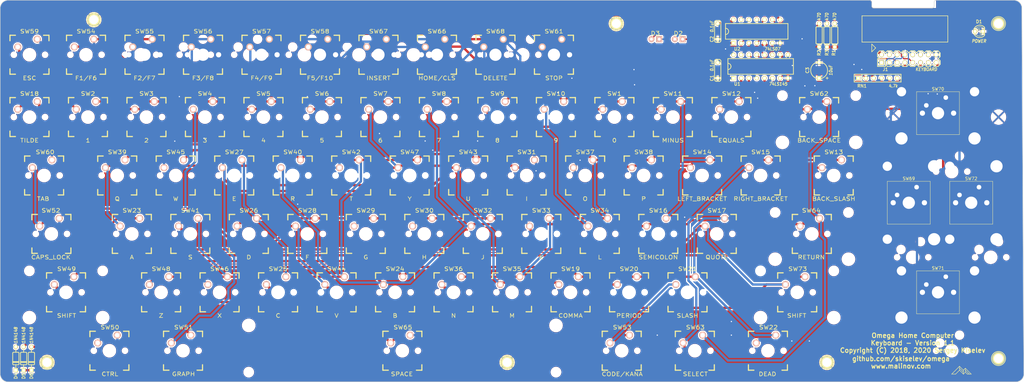
<source format=kicad_pcb>
(kicad_pcb (version 20221018) (generator pcbnew)
  (layers (0 "F.Cu" signal) (31 "B.Cu" signal) (34 "B.Paste" user) (35 "F.Paste" user) (36 "B.SilkS" user "B.Silkscreen") (37 "F.SilkS" user "F.Silkscreen") (38 "B.Mask" user) (39 "F.Mask" user) (44 "Edge.Cuts" user))
  (net 0 "")
  (net 1 "VCC")
  (net 2 "GND")
  (net 3 "/CAPS_LED")
  (net 5 "/SHIFT")
  (net 6 "/ROW6")
  (net 7 "/GRAPH")
  (net 8 "/CODE")
  (net 9 "/COLUMN0")
  (net 10 "/COLUMN1")
  (net 11 "/ROW_A")
  (net 12 "/COLUMN2")
  (net 13 "/ROW_B")
  (net 14 "/COLUMN3")
  (net 15 "/ROW_C")
  (net 16 "/COLUMN4")
  (net 17 "/ROW_D")
  (net 18 "/COLUMN5")
  (net 19 "/COLUMN6")
  (net 20 "/COLUMN7")
  (net 21 "/ROW6_UNBUF")
  (net 22 "/ROW0")
  (net 23 "/ROW1")
  (net 24 "/ROW2")
  (net 25 "/ROW3")
  (net 26 "/ROW4")
  (net 27 "/ROW5")
  (net 28 "/ROW7")
  (net 29 "/ROW8")
  (net 30 "/COLUMN0_BUF")
  (net 31 "/COLUMN2_BUF")
  (net 32 "/COLUMN4_BUF")
  (net 33 "/CAPS_LED_BUFFERED")
  (net 34 "/D1+")
  (net 35 "/D2+")
  (net 36 "/KANA_LED_BUFFERED")
  (net 37 "/D3+")
  (net 38 "/KANA_LED")
  (footprint "Cherry_MX:CHERRY_PCB_100H" (layer "F.Cu") (at 243.205 124.46)
    (fp_text reference "SW1")
    (fp_text value "0")
  )
  (footprint "Cherry_MX:CHERRY_PCB_100H" (layer "F.Cu") (at 71.755 124.46)
    (fp_text reference "SW2")
    (fp_text value "1")
  )
  (footprint "Cherry_MX:CHERRY_PCB_100H" (layer "F.Cu") (at 90.805 124.46)
    (fp_text reference "SW3")
    (fp_text value "2")
  )
  (footprint "Cherry_MX:CHERRY_PCB_100H" (layer "F.Cu") (at 109.855 124.46)
    (fp_text reference "SW4")
    (fp_text value "3")
  )
  (footprint "Cherry_MX:CHERRY_PCB_100H" (layer "F.Cu") (at 128.905 124.46)
    (fp_text reference "SW5")
    (fp_text value "4")
  )
  (footprint "Cherry_MX:CHERRY_PCB_100H" (layer "F.Cu") (at 147.955 124.46)
    (fp_text reference "SW6")
    (fp_text value "5")
  )
  (footprint "Cherry_MX:CHERRY_PCB_100H" (layer "F.Cu") (at 167.005 124.46)
    (fp_text reference "SW7")
    (fp_text value "6")
  )
  (footprint "Cherry_MX:CHERRY_PCB_100H" (layer "F.Cu") (at 186.055 124.46)
    (fp_text reference "SW8")
    (fp_text value "7")
  )
  (footprint "Cherry_MX:CHERRY_PCB_100H" (layer "F.Cu") (at 205.105 124.46)
    (fp_text reference "SW9")
    (fp_text value "8")
  )
  (footprint "Cherry_MX:CHERRY_PCB_100H" (layer "F.Cu") (at 224.155 124.46)
    (fp_text reference "SW10")
    (fp_text value "9")
  )
  (footprint "Cherry_MX:CHERRY_PCB_100H" (layer "F.Cu") (at 262.255 124.46)
    (fp_text reference "SW11")
    (fp_text value "MINUS")
  )
  (footprint "Cherry_MX:CHERRY_PCB_100H" (layer "F.Cu") (at 281.305 124.46)
    (fp_text reference "SW12")
    (fp_text value "EQUALS")
  )
  (footprint "Cherry_MX:CHERRY_PCB_150H" (layer "F.Cu") (at 314.6425 143.51)
    (fp_text reference "SW13")
    (fp_text value "BACK_SLASH")
  )
  (footprint "Cherry_MX:CHERRY_PCB_100H" (layer "F.Cu") (at 271.78 143.51)
    (fp_text reference "SW14")
    (fp_text value "LEFT_BRACKET")
  )
  (footprint "Cherry_MX:CHERRY_PCB_100H" (layer "F.Cu") (at 290.83 143.51)
    (fp_text reference "SW15")
    (fp_text value "RIGHT_BRACKET")
  )
  (footprint "Cherry_MX:CHERRY_PCB_100H" (layer "F.Cu") (at 257.4925 162.56)
    (fp_text reference "SW16")
    (fp_text value "SEMICOLON")
  )
  (footprint "Cherry_MX:CHERRY_PCB_100H" (layer "F.Cu") (at 276.5425 162.56)
    (fp_text reference "SW17")
    (fp_text value "QUOTE")
  )
  (footprint "Cherry_MX:CHERRY_PCB_100H" (layer "F.Cu") (at 52.705 124.46)
    (fp_text reference "SW18")
    (fp_text value "TILDE")
  )
  (footprint "Cherry_MX:CHERRY_PCB_100H" (layer "F.Cu") (at 228.9175 181.61)
    (fp_text reference "SW19")
    (fp_text value "COMMA")
  )
  (footprint "Cherry_MX:CHERRY_PCB_100H" (layer "F.Cu") (at 247.9675 181.61)
    (fp_text reference "SW20")
    (fp_text value "PERIOD")
  )
  (footprint "Cherry_MX:CHERRY_PCB_100H" (layer "F.Cu") (at 267.0175 181.61)
    (fp_text reference "SW21")
    (fp_text value "SLASH")
  )
  (footprint "Cherry_MX:CHERRY_PCB_125H" (layer "F.Cu") (at 293.2113 200.66)
    (fp_text reference "SW22")
    (fp_text value "DEAD")
  )
  (footprint "Cherry_MX:CHERRY_PCB_100H" (layer "F.Cu") (at 86.0425 162.56)
    (fp_text reference "SW23")
    (fp_text value "A")
  )
  (footprint "Cherry_MX:CHERRY_PCB_100H" (layer "F.Cu") (at 171.7675 181.61)
    (fp_text reference "SW24")
    (fp_text value "B")
  )
  (footprint "Cherry_MX:CHERRY_PCB_100H" (layer "F.Cu") (at 133.6675 181.61)
    (fp_text reference "SW25")
    (fp_text value "C")
  )
  (footprint "Cherry_MX:CHERRY_PCB_100H" (layer "F.Cu") (at 124.1425 162.56)
    (fp_text reference "SW26")
    (fp_text value "D")
  )
  (footprint "Cherry_MX:CHERRY_PCB_100H" (layer "F.Cu") (at 119.38 143.51)
    (fp_text reference "SW27")
    (fp_text value "E")
  )
  (footprint "Cherry_MX:CHERRY_PCB_100H" (layer "F.Cu") (at 143.1925 162.56)
    (fp_text reference "SW28")
    (fp_text value "F")
  )
  (footprint "Cherry_MX:CHERRY_PCB_100H" (layer "F.Cu") (at 162.2425 162.56)
    (fp_text reference "SW29")
    (fp_text value "G")
  )
  (footprint "Cherry_MX:CHERRY_PCB_100H" (layer "F.Cu") (at 181.2925 162.56)
    (fp_text reference "SW30")
    (fp_text value "H")
  )
  (footprint "Cherry_MX:CHERRY_PCB_100H" (layer "F.Cu") (at 214.63 143.51)
    (fp_text reference "SW31")
    (fp_text value "I")
  )
  (footprint "Cherry_MX:CHERRY_PCB_100H" (layer "F.Cu") (at 200.3425 162.56)
    (fp_text reference "SW32")
    (fp_text value "J")
  )
  (footprint "Cherry_MX:CHERRY_PCB_100H" (layer "F.Cu") (at 219.3925 162.56)
    (fp_text reference "SW33")
    (fp_text value "K")
  )
  (footprint "Cherry_MX:CHERRY_PCB_100H" (layer "F.Cu") (at 238.4425 162.56)
    (fp_text reference "SW34")
    (fp_text value "L")
  )
  (footprint "Cherry_MX:CHERRY_PCB_100H" (layer "F.Cu") (at 209.8675 181.61)
    (fp_text reference "SW35")
    (fp_text value "M")
  )
  (footprint "Cherry_MX:CHERRY_PCB_100H" (layer "F.Cu") (at 190.8175 181.61)
    (fp_text reference "SW36")
    (fp_text value "N")
  )
  (footprint "Cherry_MX:CHERRY_PCB_100H" (layer "F.Cu") (at 233.68 143.51)
    (fp_text reference "SW37")
    (fp_text value "O")
  )
  (footprint "Cherry_MX:CHERRY_PCB_100H" (layer "F.Cu") (at 252.73 143.51)
    (fp_text reference "SW38")
    (fp_text value "P")
  )
  (footprint "Cherry_MX:CHERRY_PCB_100H" (layer "F.Cu") (at 81.28 143.51)
    (fp_text reference "SW39")
    (fp_text value "Q")
  )
  (footprint "Cherry_MX:CHERRY_PCB_100H" (layer "F.Cu") (at 138.43 143.51)
    (fp_text reference "SW40")
    (fp_text value "R")
  )
  (footprint "Cherry_MX:CHERRY_PCB_100H" (layer "F.Cu") (at 105.0925 162.56)
    (fp_text reference "SW41")
    (fp_text value "S")
  )
  (footprint "Cherry_MX:CHERRY_PCB_100H" (layer "F.Cu") (at 157.48 143.51)
    (fp_text reference "SW42")
    (fp_text value "T")
  )
  (footprint "Cherry_MX:CHERRY_PCB_100H" (layer "F.Cu") (at 195.58 143.51)
    (fp_text reference "SW43")
    (fp_text value "U")
  )
  (footprint "Cherry_MX:CHERRY_PCB_100H" (layer "F.Cu") (at 152.7175 181.61)
    (fp_text reference "SW44")
    (fp_text value "V")
  )
  (footprint "Cherry_MX:CHERRY_PCB_100H" (layer "F.Cu") (at 100.33 143.51)
    (fp_text reference "SW45")
    (fp_text value "W")
  )
  (footprint "Cherry_MX:CHERRY_PCB_100H" (layer "F.Cu") (at 114.6175 181.61)
    (fp_text reference "SW46")
    (fp_text value "X")
  )
  (footprint "Cherry_MX:CHERRY_PCB_100H" (layer "F.Cu") (at 176.53 143.51)
    (fp_text reference "SW47")
    (fp_text value "Y")
  )
  (footprint "Cherry_MX:CHERRY_PCB_100H" (layer "F.Cu") (at 95.5675 181.61)
    (fp_text reference "SW48")
    (fp_text value "Z")
  )
  (footprint "Cherry_MX:CHERRY_PCB_225H" (layer "F.Cu") (at 64.6113 181.61)
    (fp_text reference "SW49")
    (fp_text value "SHIFT")
  )
  (footprint "Cherry_MX:CHERRY_PCB_125H" (layer "F.Cu") (at 78.74 200.66)
    (fp_text reference "SW50")
    (fp_text value "CTRL")
  )
  (footprint "Cherry_MX:CHERRY_PCB_125H" (layer "F.Cu") (at 102.7113 200.66)
    (fp_text reference "SW51")
    (fp_text value "GRAPH")
  )
  (footprint "Cherry_MX:CHERRY_PCB_175H" (layer "F.Cu") (at 59.8488 162.56)
    (fp_text reference "SW52")
    (fp_text value "CAPS_LOCK")
  )
  (footprint "Cherry_MX:CHERRY_PCB_125H" (layer "F.Cu") (at 245.5863 200.66)
    (fp_text reference "SW53")
    (fp_text value "CODE/KANA")
  )
  (footprint "Cherry_MX:CHERRY_PCB_100H" (layer "F.Cu") (at 71.12 104.14)
    (fp_text reference "SW54")
    (fp_text value "F1/F6")
  )
  (footprint "Cherry_MX:CHERRY_PCB_100H" (layer "F.Cu") (at 90.17 104.14)
    (fp_text reference "SW55")
    (fp_text value "F2/F7")
  )
  (footprint "Cherry_MX:CHERRY_PCB_100H" (layer "F.Cu") (at 109.22 104.14)
    (fp_text reference "SW56")
    (fp_text value "F3/F8")
  )
  (footprint "Cherry_MX:CHERRY_PCB_100H" (layer "F.Cu") (at 128.27 104.14)
    (fp_text reference "SW57")
    (fp_text value "F4/F9")
  )
  (footprint "Cherry_MX:CHERRY_PCB_100H" (layer "F.Cu") (at 147.32 104.14)
    (fp_text reference "SW58")
    (fp_text value "F5/F10")
  )
  (footprint "Cherry_MX:CHERRY_PCB_100H" (layer "F.Cu") (at 52.705 104.14)
    (fp_text reference "SW59")
    (fp_text value "ESC")
  )
  (footprint "Cherry_MX:CHERRY_PCB_150H" (layer "F.Cu") (at 57.4675 143.51)
    (fp_text reference "SW60")
    (fp_text value "TAB")
  )
  (footprint "Cherry_MX:CHERRY_PCB_100H" (layer "F.Cu") (at 223.52 104.14)
    (fp_text reference "SW61")
    (fp_text value "STOP")
  )
  (footprint "Cherry_MX:CHERRY_PCB_200H" (layer "F.Cu") (at 309.88 124.46)
    (fp_text reference "SW62")
    (fp_text value "BACK_SPACE")
  )
  (footprint "Cherry_MX:CHERRY_PCB_225H" (layer "F.Cu") (at 307.4988 162.56)
    (fp_text reference "SW64")
    (fp_text value "RETURN")
  )
  (footprint "Cherry_MX:CHERRY_PCB_625H" (layer "F.Cu") (at 174.1488 200.66)
    (fp_text reference "SW65")
    (fp_text value "SPACE")
  )
  (footprint "Cherry_MX:CHERRY_PCB_100H" (layer "F.Cu") (at 185.42 104.14)
    (fp_text reference "SW66")
    (fp_text value "HOME/CLS")
  )
  (footprint "Cherry_MX:CHERRY_PCB_100H" (layer "F.Cu") (at 166.37 104.14)
    (fp_text reference "SW67")
    (fp_text value "INSERT")
  )
  (footprint "Cherry_MX:CHERRY_PCB_100H" (layer "F.Cu") (at 204.47 104.14)
    (fp_text reference "SW68")
    (fp_text value "DELETE")
  )
  (footprint "Cherry_MX:SW_Cherry_MX_2.00u_Vertical_PCB" (layer "F.Cu") (at 341.63 147.32)
    (fp_text reference "SW69")
    (fp_text value "LEFT")
  )
  (footprint "Cherry_MX:SW_Cherry_MX_2.00u_PCB" (layer "F.Cu") (at 351.14 118.11)
    (fp_text reference "SW70")
    (fp_text value "UP")
  )
  (footprint "Cherry_MX:SW_Cherry_MX_2.00u_PCB" (layer "F.Cu") (at 351.14 176.53)
    (fp_text reference "SW71")
    (fp_text value "DOWN")
  )
  (footprint "Cherry_MX:SW_Cherry_MX_2.00u_Vertical_PCB" (layer "F.Cu") (at 361.95 147.32)
    (fp_text reference "SW72")
    (fp_text value "RIGHT")
  )
  (footprint "Cherry_MX:CHERRY_PCB_125H" (layer "F.Cu") (at 269.3988 200.66)
    (fp_text reference "SW63")
    (fp_text value "SELECT")
  )
  (footprint "Cherry_MX:CHERRY_PCB_275H" (layer "F.Cu") (at 302.7363 181.61)
    (fp_text reference "SW73")
    (fp_text value "SHIFT")
  )
  (footprint "My_Components:Cap_Cer_508" (layer "F.Cu") (at 276.86 109.22 -90)
    (fp_text reference "C1")
    (fp_text value "0.1uF")
  )
  (footprint "My_Components:Cap_Cer_508" (layer "F.Cu") (at 276.86 96.52 -90)
    (fp_text reference "C2")
    (fp_text value "0.1uF")
  )
  (footprint "My_Components:Cap_Tant_508" (layer "F.Cu") (at 309.88 109.22 90)
    (fp_text reference "C3")
    (fp_text value "10uF")
  )
  (footprint "My_Components:LED_3mm" (layer "F.Cu") (at 361.95 96.52)
    (fp_text reference "D1")
    (fp_text value "POWER")
  )
  (footprint "My_Components:Diode_762" (layer "F.Cu") (at 48.26 203.2 -90)
    (fp_text reference "D4")
    (fp_text value "1N4148")
  )
  (footprint "My_Components:Diode_762" (layer "F.Cu") (at 50.8 203.2 -90)
    (fp_text reference "D5")
    (fp_text value "1N4148")
  )
  (footprint "My_Components:Diode_762" (layer "F.Cu") (at 53.34 203.2 -90)
    (fp_text reference "D6")
    (fp_text value "1N4148")
  )
  (footprint "My_Components:Hole_3mm" (layer "F.Cu") (at 73.66 92.71)
    (fp_text reference "HOLE1" hide)
    (fp_text value "HOLE" hide)
  )
  (footprint "My_Components:Hole_3mm" (layer "F.Cu") (at 243.84 93.98)
    (fp_text reference "HOLE2" hide)
    (fp_text value "HOLE" hide)
  )
  (footprint "My_Components:Hole_3mm" (layer "F.Cu") (at 368.3 93.98)
    (fp_text reference "HOLE3" hide)
    (fp_text value "HOLE" hide)
  )
  (footprint "My_Components:Hole_3mm" (layer "F.Cu") (at 58.42 204.47)
    (fp_text reference "HOLE4" hide)
    (fp_text value "HOLE" hide)
  )
  (footprint "My_Components:Hole_3mm" (layer "F.Cu") (at 208.28 204.47)
    (fp_text reference "HOLE5" hide)
    (fp_text value "HOLE" hide)
  )
  (footprint "My_Components:Hole_3mm" (layer "F.Cu") (at 312.42 204.47)
    (fp_text reference "HOLE6" hide)
    (fp_text value "HOLE" hide)
  )
  (footprint "My_Components:Conn_Pin_Header_8x2_2.54mm" (layer "F.Cu") (at 339.09 105.41)
    (fp_text reference "J1")
    (fp_text value "KEYBOARD")
  )
  (footprint "My_Components:Res_762" (layer "F.Cu") (at 314.96 97.79 90)
    (fp_text reference "R1")
    (fp_text value "470")
  )
  (footprint "My_Components:Res_762" (layer "F.Cu") (at 309.88 97.79 90)
    (fp_text reference "R2")
    (fp_text value "470")
  )
  (footprint "My_Components:IC_DIP16_300" (layer "F.Cu") (at 290.83 107.95)
    (fp_text reference "U1")
    (fp_text value "74LS145")
  )
  (footprint "My_Components:IC_DIP14_300" (layer "F.Cu") (at 289.56 96.52)
    (fp_text reference "U2")
    (fp_text value "74LS07")
  )
  (footprint "My_Components:Hole_3mm" (layer "F.Cu") (at 368.3 203.2)
    (fp_text reference "HOLE7" hide)
    (fp_text value "HOLE" hide)
  )
  (footprint "Cherry_MX:CHERRY_MX_LED" (layer "F.Cu") (at 256.54 93.98)
    (fp_text reference "D3")
    (fp_text value "KANA" hide)
  )
  (footprint "My_Components:Res_762" (layer "F.Cu") (at 312.42 97.79 90)
    (fp_text reference "R3")
    (fp_text value "470")
  )
  (footprint "Cherry_MX:CHERRY_MX_LED" (layer "F.Cu") (at 264.16 93.98)
    (fp_text reference "D2")
    (fp_text value "CAPS" hide)
  )
  (footprint "My_Components:Conn_SIL6" (layer "F.Cu") (at 328.93 111.76)
    (fp_text reference "RN1")
    (fp_text value "4.7k")
  )
  (gr_line (start 354.33 208.28) (end 353.06 208.28) (stroke (width 0.15)) (layer "F.SilkS"))
  (gr_line (start 355.6 205.74) (end 355.6 207.01) (stroke (width 0.15)) (layer "F.SilkS"))
  (gr_line (start 357.505 206.375) (end 357.505 207.645) (stroke (width 0.15)) (layer "F.SilkS"))
  (gr_line (start 356.87 207.01) (end 356.87 208.28) (stroke (width 0.15)) (layer "F.SilkS"))
  (gr_line (start 355.6 205.74) (end 356.87 207.01) (stroke (width 0.15)) (layer "F.SilkS"))
  (gr_line (start 358.14 208.28) (end 357.505 207.645) (stroke (width 0.15)) (layer "F.SilkS"))
  (gr_line (start 357.505 206.375) (end 359.41 208.28) (stroke (width 0.15)) (layer "F.SilkS"))
  (gr_line (start 355.6 206.375) (end 356.87 207.645) (stroke (width 0.15)) (layer "F.SilkS"))
  (gr_line (start 356.87 207.01) (end 357.505 206.375) (stroke (width 0.15)) (layer "F.SilkS"))
  (gr_line (start 323.85 91.44) (end 351.79 91.44) (stroke (width 0.2)) (layer "F.SilkS"))
  (gr_line (start 351.79 91.44) (end 351.79 100.0125) (stroke (width 0.2)) (layer "F.SilkS"))
  (gr_line (start 359.41 208.28) (end 358.14 208.28) (stroke (width 0.15)) (layer "F.SilkS"))
  (gr_line (start 328.295 101.9175) (end 327.025 103.1875) (stroke (width 0.2)) (layer "F.SilkS"))
  (gr_line (start 353.06 208.28) (end 355.6 205.74) (stroke (width 0.15)) (layer "F.SilkS"))
  (gr_line (start 356.87 208.28) (end 355.6 207.01) (stroke (width 0.15)) (layer "F.SilkS"))
  (gr_line (start 357.505 207.645) (end 356.87 208.28) (stroke (width 0.15)) (layer "F.SilkS"))
  (gr_line (start 327.025 103.1875) (end 327.025 100.6475) (stroke (width 0.2)) (layer "F.SilkS"))
  (gr_line (start 323.85 100.0125) (end 351.79 100.0125) (stroke (width 0.2)) (layer "F.SilkS"))
  (gr_line (start 355.6 207.01) (end 354.33 208.28) (stroke (width 0.15)) (layer "F.SilkS"))
  (gr_line (start 323.85 100.0125) (end 323.85 91.44) (stroke (width 0.2)) (layer "F.SilkS"))
  (gr_line (start 357.505 207.01) (end 358.775 208.28) (stroke (width 0.15)) (layer "F.SilkS"))
  (gr_line (start 327.025 100.6475) (end 328.295 101.9175) (stroke (width 0.2)) (layer "F.SilkS"))
  (gr_arc (start 327.66 88.9) (mid 327.210987 88.714013) (end 327.025 88.265) (stroke (width 0.15)) (layer "Edge.Cuts"))
  (gr_arc (start 373.38 86.36) (mid 375.176051 87.103949) (end 375.92 88.9) (stroke (width 0.15)) (layer "Edge.Cuts"))
  (gr_arc (start 376.555 208.28) (mid 375.811051 210.076051) (end 374.015 210.82) (stroke (width 0.15)) (layer "Edge.Cuts"))
  (gr_line (start 374.015 210.82) (end 45.72 210.82) (stroke (width 0.15)) (layer "Edge.Cuts"))
  (gr_arc (start 43.18 88.9) (mid 43.923949 87.103949) (end 45.72 86.36) (stroke (width 0.15)) (layer "Edge.Cuts"))
  (gr_line (start 375.92 88.9) (end 376.555 208.28) (stroke (width 0.15)) (layer "Edge.Cuts"))
  (gr_arc (start 347.345 88.265) (mid 347.159013 88.714013) (end 346.71 88.9) (stroke (width 0.15)) (layer "Edge.Cuts"))
  (gr_arc (start 326.39 86.36) (mid 326.839013 86.545987) (end 327.025 86.995) (stroke (width 0.15)) (layer "Edge.Cuts"))
  (gr_line (start 347.345 86.995) (end 347.345 88.265) (stroke (width 0.15)) (layer "Edge.Cuts"))
  (gr_line (start 347.98 86.36) (end 373.38 86.36) (stroke (width 0.15)) (layer "Edge.Cuts"))
  (gr_line (start 326.39 86.36) (end 45.72 86.36) (stroke (width 0.15)) (layer "Edge.Cuts"))
  (gr_arc (start 45.72 210.82) (mid 43.923949 210.076051) (end 43.18 208.28) (stroke (width 0.15)) (layer "Edge.Cuts"))
  (gr_line (start 327.025 86.995) (end 327.025 88.265) (stroke (width 0.15)) (layer "Edge.Cuts"))
  (gr_line (start 346.71 88.9) (end 327.66 88.9) (stroke (width 0.15)) (layer "Edge.Cuts"))
  (gr_arc (start 347.345 86.995) (mid 347.530987 86.545987) (end 347.98 86.36) (stroke (width 0.15)) (layer "Edge.Cuts"))
  (gr_line (start 43.18 208.28) (end 43.18 88.9) (stroke (width 0.15)) (layer "Edge.Cuts"))
  (gr_text "github.com/skiselev/omega\nwww.malinov.com" (at 336.55 204.47) (layer "F.SilkS") (effects (font (size 1.5 1.5) (thickness 0.3))))
  (gr_text "Omega Home Computer\nKeyboard - Version 1.1\nCopyright (C) 2018, 2020 Sergey Kiselev" (at 340.36 198.12) (layer "F.SilkS") (effects (font (size 1.5 1.5) (thickness 0.3))))
  (segment (start 327.66 101.6) (end 330.2 104.14) (width 1) (layer "F.Cu") (net 1))
  (segment (start 306.9911 101.6) (end 309.88 101.6) (width 1) (layer "F.Cu") (net 1))
  (segment (start 276.86 93.98) (end 280.67 93.98) (width 1) (layer "F.Cu") (net 1))
  (segment (start 314.96 101.6) (end 327.66 101.6) (width 1) (layer "F.Cu") (net 1))
  (segment (start 312.42 101.6) (end 314.96 101.6) (width 1) (layer "F.Cu") (net 1))
  (segment (start 280.67 93.98) (end 281.94 92.71) (width 1) (layer "F.Cu") (net 1))
  (segment (start 304.3391 98.948) (end 306.9911 101.6) (width 1) (layer "F.Cu") (net 1))
  (via (at 304.3391 98.948) (size 0.6) (drill 0.4) (layers "F.Cu" "B.Cu") (net 1))
  (segment (start 279.0935 103.5134) (end 280.5014 103.5134) (width 1) (layer "B.Cu") (net 1))
  (segment (start 309.88 110.3612) (end 307.9446 108.4258) (width 1) (layer "B.Cu") (net 1))
  (segment (start 280.5014 99.376) (end 281.5265 98.3509) (width 1) (layer "B.Cu") (net 1))
  (segment (start 280.5014 103.5134) (end 280.5014 99.376) (width 1) (layer "B.Cu") (net 1))
  (segment (start 307.9446 108.4258) (end 307.9446 103.5354) (width 1) (layer "B.Cu") (net 1))
  (segment (start 276.86 93.98) (end 278.3173 95.4373) (width 1) (layer "B.Cu") (net 1))
  (segment (start 278.3173 102.7372) (end 279.0935 103.5134) (width 1) (layer "B.Cu") (net 1))
  (segment (start 281.5265 98.3509) (end 303.742 98.3509) (width 1) (layer "B.Cu") (net 1))
  (segment (start 322.58 111.76) (end 309.88 111.76) (width 1) (layer "B.Cu") (net 1))
  (segment (start 281.3134 103.5134) (end 281.94 104.14) (width 1) (layer "B.Cu") (net 1))
  (segment (start 278.3173 95.4373) (end 278.3173 102.7372) (width 1) (layer "B.Cu") (net 1))
  (segment (start 303.742 98.3509) (end 304.3391 98.948) (width 1) (layer "B.Cu") (net 1))
  (segment (start 312.42 101.6) (end 309.88 101.6) (width 1) (layer "B.Cu") (net 1))
  (segment (start 279.0935 104.4465) (end 276.86 106.68) (width 1) (layer "B.Cu") (net 1))
  (segment (start 280.5014 103.5134) (end 281.3134 103.5134) (width 1) (layer "B.Cu") (net 1))
  (segment (start 309.88 111.76) (end 309.88 110.3612) (width 1) (layer "B.Cu") (net 1))
  (segment (start 307.9446 103.5354) (end 309.88 101.6) (width 1) (layer "B.Cu") (net 1))
  (segment (start 279.0935 103.5134) (end 279.0935 104.4465) (width 1) (layer "B.Cu") (net 1))
  (segment (start 257.175 195.58) (end 267.335 195.58) (width 0.375) (layer "F.Cu") (net 2))
  (segment (start 292.735 197.485) (end 290.83 195.58) (width 0.375) (layer "F.Cu") (net 2))
  (segment (start 300.99 197.485) (end 306.705 197.485) (width 0.375) (layer "F.Cu") (net 2))
  (segment (start 269.24 197.485) (end 279.4 197.485) (width 0.375) (layer "F.Cu") (net 2))
  (segment (start 300.99 197.485) (end 292.735 197.485) (width 0.375) (layer "F.Cu") (net 2))
  (segment (start 290.83 195.58) (end 281.305 195.58) (width 0.375) (layer "F.Cu") (net 2))
  (segment (start 279.4 197.485) (end 281.305 195.58) (width 0.375) (layer "F.Cu") (net 2))
  (segment (start 267.335 195.58) (end 269.24 197.485) (width 0.375) (layer "F.Cu") (net 2))
  (via (at 306.705 197.485) (size 0.6) (drill 0.4) (layers "F.Cu" "B.Cu") (net 2))
  (via (at 281.305 191.135) (size 0.6) (drill 0.4) (layers "F.Cu" "B.Cu") (net 2))
  (via (at 281.305 195.58) (size 0.6) (drill 0.4) (layers "F.Cu" "B.Cu") (net 2))
  (via (at 300.99 197.485) (size 0.6) (drill 0.4) (layers "F.Cu" "B.Cu") (net 2))
  (via (at 257.175 195.58) (size 0.6) (drill 0.4) (layers "F.Cu" "B.Cu") (net 2))
  (segment (start 306.705 197.485) (end 306.705 198.755) (width 0.375) (layer "B.Cu") (net 2))
  (segment (start 334.01 123.19) (end 345.44 111.76) (width 0.375) (layer "B.Cu") (net 2))
  (segment (start 210.82 201.93) (end 222.25 201.93) (width 0.375) (layer "B.Cu") (net 2))
  (segment (start 208.28 204.47) (end 210.82 201.93) (width 0.375) (layer "B.Cu") (net 2))
  (segment (start 281.305 195.58) (end 281.305 191.135) (width 0.375) (layer "B.Cu") (net 2))
  (segment (start 374.015 150.495) (end 363.22 161.29) (width 0.375) (layer "B.Cu") (net 2))
  (segment (start 257.175 208.28) (end 257.175 195.58) (width 0.375) (layer "B.Cu") (net 2))
  (segment (start 222.25 201.93) (end 228.6 208.28) (width 0.375) (layer "B.Cu") (net 2))
  (segment (start 306.705 198.755) (end 312.42 204.47) (width 0.375) (layer "B.Cu") (net 2))
  (segment (start 228.6 208.28) (end 257.175 208.28) (width 0.375) (layer "B.Cu") (net 2))
  (segment (start 374.015 116.84) (end 374.015 150.495) (width 0.375) (layer "B.Cu") (net 2))
  (segment (start 345.44 111.76) (end 368.935 111.76) (width 0.375) (layer "B.Cu") (net 2))
  (segment (start 368.935 111.76) (end 374.015 116.84) (width 0.375) (layer "B.Cu") (net 2))
  (segment (start 288.3342 92.4706) (end 288.3342 93.0895) (width 0.375) (layer "B.Cu") (net 3))
  (segment (start 334.4383 95.6783) (end 342.9 104.14) (width 0.375) (layer "B.Cu") (net 3))
  (segment (start 285.6031 91.5869) (end 287.4505 91.5869) (width 0.375) (layer "B.Cu") (net 3))
  (segment (start 287.4505 91.5869) (end 288.3342 92.4706) (width 0.375) (layer "B.Cu") (net 3))
  (segment (start 288.3342 93.0895) (end 290.923 95.6783) (width 0.375) (layer "B.Cu") (net 3))
  (segment (start 290.923 95.6783) (end 334.4383 95.6783) (width 0.375) (layer "B.Cu") (net 3))
  (segment (start 284.48 92.71) (end 285.6031 91.5869) (width 0.375) (layer "B.Cu") (net 3))
  (segment (start 296.545 176.53) (end 305.276 176.53) (width 0.75) (layer "F.Cu") (net 5))
  (segment (start 289.56 169.545) (end 296.545 176.53) (width 0.75) (layer "F.Cu") (net 5))
  (segment (start 67.1512 176.53) (end 67.1513 176.5299) (width 0.75) (layer "F.Cu") (net 5))
  (segment (start 305.2763 176.53) (end 305.276 176.53) (width 0.75) (layer "F.Cu") (net 5))
  (segment (start 74.1362 169.545) (end 289.56 169.545) (width 0.75) (layer "F.Cu") (net 5))
  (segment (start 67.1513 176.5299) (end 74.1362 169.545) (width 0.75) (layer "F.Cu") (net 5))
  (segment (start 67.1513 176.5299) (end 67.1513 176.53) (width 0.75) (layer "F.Cu") (net 5))
  (segment (start 67.1513 176.53) (end 65.9932 176.53) (width 0.75) (layer "B.Cu") (net 5))
  (segment (start 61.9927 180.5305) (end 61.9927 185.6573) (width 0.75) (layer "B.Cu") (net 5))
  (segment (start 65.9932 176.53) (end 61.9927 180.5305) (width 0.75) (layer "B.Cu") (net 5))
  (segment (start 61.9927 185.6573) (end 48.26 199.39) (width 0.75) (layer "B.Cu") (net 5))
  (segment (start 295.8082 91.3382) (end 119.4818 91.3382) (width 0.75) (layer "F.Cu") (net 6))
  (segment (start 297.18 92.71) (end 295.8082 91.3382) (width 0.75) (layer "F.Cu") (net 6))
  (segment (start 92.71 99.06) (end 73.66 99.06) (width 0.75) (layer "F.Cu") (net 6))
  (segment (start 119.4818 91.3382) (end 111.76 99.06) (width 0.75) (layer "F.Cu") (net 6))
  (segment (start 53.34 207.01) (end 50.8 207.01) (width 0.75) (layer "F.Cu") (net 6))
  (segment (start 81.3305 195.6305) (end 81.28 195.58) (width 0.75) (layer "B.Cu") (net 6))
  (segment (start 46.9862 204.4624) (end 48.26 205.7362) (width 0.75) (layer "B.Cu") (net 6))
  (segment (start 48.26 207.01) (end 48.26 206.3731) (width 0.75) (layer "B.Cu") (net 6))
  (segment (start 54.6945 207.0907) (end 75.9847 207.0907) (width 0.75) (layer "B.Cu") (net 6))
  (segment (start 62.3888 157.48) (end 62.4393 157.5305) (width 0.75) (layer "B.Cu") (net 6))
  (segment (start 46.9862 189.8388) (end 46.9862 204.4624) (width 0.75) (layer "B.Cu") (net 6))
  (segment (start 81.3305 201.7449) (end 81.3305 195.6305) (width 0.75) (layer "B.Cu") (net 6))
  (segment (start 62.4393 174.3857) (end 46.9862 189.8388) (width 0.75) (layer "B.Cu") (net 6))
  (segment (start 48.26 206.3731) (end 48.26 205.7362) (width 0.75) (layer "B.Cu") (net 6))
  (segment (start 75.9847 207.0907) (end 81.3305 201.7449) (width 0.75) (layer "B.Cu") (net 6))
  (segment (start 111.76 99.06) (end 92.71 99.06) (width 0.75) (layer "B.Cu") (net 6))
  (segment (start 64.5674 155.3014) (end 62.3888 157.48) (width 0.75) (layer "B.Cu") (net 6))
  (segment (start 64.5674 121.8765) (end 64.5674 155.3014) (width 0.75) (layer "B.Cu") (net 6))
  (segment (start 53.34 207.01) (end 54.6138 207.01) (width 0.75) (layer "B.Cu") (net 6))
  (segment (start 62.4393 157.5305) (end 62.4393 174.3857) (width 0.75) (layer "B.Cu") (net 6))
  (segment (start 73.66 99.06) (end 73.7105 99.1105) (width 0.75) (layer "B.Cu") (net 6))
  (segment (start 48.8893 206.3731) (end 49.5262 207.01) (width 0.75) (layer "B.Cu") (net 6))
  (segment (start 73.7105 112.7334) (end 64.5674 121.8765) (width 0.75) (layer "B.Cu") (net 6))
  (segment (start 73.7105 99.1105) (end 73.7105 112.7334) (width 0.75) (layer "B.Cu") (net 6))
  (segment (start 48.26 206.3731) (end 48.8893 206.3731) (width 0.75) (layer "B.Cu") (net 6))
  (segment (start 50.8 207.01) (end 49.5262 207.01) (width 0.75) (layer "B.Cu") (net 6))
  (segment (start 54.6138 207.01) (end 54.6945 207.0907) (width 0.75) (layer "B.Cu") (net 6))
  (segment (start 50.8 199.39) (end 56.3358 193.8542) (width 0.75) (layer "F.Cu") (net 7))
  (segment (start 56.3358 193.8542) (end 103.5255 193.8542) (width 0.75) (layer "F.Cu") (net 7))
  (segment (start 103.5255 193.8542) (end 105.2513 195.58) (width 0.75) (layer "F.Cu") (net 7))
  (segment (start 69.1249 203.246) (end 201.7827 203.246) (width 0.75) (layer "F.Cu") (net 8))
  (segment (start 201.7827 203.246) (end 209.4487 195.58) (width 0.75) (layer "F.Cu") (net 8))
  (segment (start 53.34 199.39) (end 65.2689 199.39) (width 0.75) (layer "F.Cu") (net 8))
  (segment (start 65.2689 199.39) (end 69.1249 203.246) (width 0.75) (layer "F.Cu") (net 8))
  (segment (start 209.4487 195.58) (end 248.1263 195.58) (width 0.75) (layer "F.Cu") (net 8))
  (segment (start 239.395 121.92) (end 237.49 121.92) (width 0.75) (layer "F.Cu") (net 9))
  (segment (start 61.1981 179.467) (end 60.8013 179.0702) (width 0.75) (layer "F.Cu") (net 9))
  (segment (start 61.595 179.864) (end 61.1981 179.467) (width 0.75) (layer "F.Cu") (net 9))
  (segment (start 60.8013 179.0702) (end 60.8013 179.07) (width 0.75) (layer "F.Cu") (net 9))
  (segment (start 170.3388 198.12) (end 170.339 198.12) (width 0.75) (layer "F.Cu") (net 9))
  (segment (start 61.1981 179.467) (end 60.8012 179.07) (width 0.75) (layer "F.Cu") (net 9))
  (segment (start 102.235 160.972) (end 102.235 163.83) (width 0.75) (layer "F.Cu") (net 9))
  (segment (start 327.66 111.76) (end 327.66 111.4864) (width 0.75) (layer "F.Cu") (net 9))
  (segment (start 215.582 160.02) (end 215.5823 160.0202) (width 0.75) (layer "F.Cu") (net 9))
  (segment (start 321.3992 105.2256) (end 304.8865 105.2256) (width 0.75) (layer "F.Cu") (net 9))
  (segment (start 304.8865 105.2256) (end 301.2647 101.6038) (width 0.75) (layer "F.Cu") (net 9))
  (segment (start 231.775 127.635) (end 203.835 127.635) (width 0.75) (layer "F.Cu") (net 9))
  (segment (start 271.145 160.02) (end 272.732 160.02) (width 0.75) (layer "F.Cu") (net 9))
  (segment (start 327.66 111.4864) (end 321.3992 105.2256) (width 0.75) (layer "F.Cu") (net 9))
  (segment (start 263.525 167.64) (end 271.145 160.02) (width 0.75) (layer "F.Cu") (net 9))
  (segment (start 201.93 122.555) (end 201.295 121.92) (width 0.75) (layer "F.Cu") (net 9))
  (segment (start 266.496 113.9301) (end 249.7687 113.9301) (width 0.75) (layer "F.Cu") (net 9))
  (segment (start 201.93 125.73) (end 201.93 122.555) (width 0.75) (layer "F.Cu") (net 9))
  (segment (start 203.835 127.635) (end 201.93 125.73) (width 0.75) (layer "F.Cu") (net 9))
  (segment (start 132.715 186.69) (end 158.909 186.69) (width 0.75) (layer "F.Cu") (net 9))
  (segment (start 285.115 186.69) (end 292.735 179.07) (width 0.75) (layer "F.Cu") (net 9))
  (segment (start 215.5825 160.02) (end 215.5823 160.0202) (width 0.75) (layer "F.Cu") (net 9))
  (segment (start 279.0469 101.3792) (end 266.496 113.9301) (width 0.75) (layer "F.Cu") (net 9))
  (segment (start 101.2825 160.02) (end 101.2823 160.0202) (width 0.75) (layer "F.Cu") (net 9))
  (segment (start 61.595 182.88) (end 61.595 179.864) (width 0.75) (layer "F.Cu") (net 9))
  (segment (start 170.339 198.12) (end 181.769 186.69) (width 0.75) (layer "F.Cu") (net 9))
  (segment (start 63.5 184.785) (end 61.595 182.88) (width 0.75) (layer "F.Cu") (net 9))
  (segment (start 290.8261 101.6039) (end 279.9967 101.6039) (width 0.75) (layer "F.Cu") (net 9))
  (segment (start 279.772 101.3792) (end 279.0469 101.3792) (width 0.75) (layer "F.Cu") (net 9))
  (segment (start 158.909 186.69) (end 170.339 198.12) (width 0.75) (layer "F.Cu") (net 9))
  (segment (start 130.81 180.022) (end 129.858 179.07) (width 0.75) (layer "F.Cu") (net 9))
  (segment (start 106.045 167.64) (end 215.9 167.64) (width 0.75) (layer "F.Cu") (net 9))
  (segment (start 101.2823 160.0202) (end 102.235 160.972) (width 0.75) (layer "F.Cu") (net 9))
  (segment (start 298.926 179.07) (end 298.9263 179.07) (width 0.75) (layer "F.Cu") (net 9))
  (segment (start 130.81 184.785) (end 63.5 184.785) (width 0.75) (layer "F.Cu") (net 9))
  (segment (start 101.282 160.02) (end 101.2823 160.0202) (width 0.75) (layer "F.Cu") (net 9))
  (segment (start 215.9 167.64) (end 263.525 167.64) (width 0.75) (layer "F.Cu") (net 9))
  (segment (start 293.3738 101.6038) (end 292.1 100.33) (width 0.75) (layer "F.Cu") (net 9))
  (segment (start 301.2647 101.6038) (end 293.3738 101.6038) (width 0.75) (layer "F.Cu") (net 9))
  (segment (start 130.81 184.785) (end 132.715 186.69) (width 0.75) (layer "F.Cu") (net 9))
  (segment (start 292.735 179.07) (end 298.926 179.07) (width 0.75) (layer "F.Cu") (net 9))
  (segment (start 181.769 186.69) (end 285.115 186.69) (width 0.75) (layer "F.Cu") (net 9))
  (segment (start 292.1 100.33) (end 290.8261 101.6039) (width 0.75) (layer "F.Cu") (net 9))
  (segment (start 272.732 160.02) (end 272.7325 160.02) (width 0.75) (layer "F.Cu") (net 9))
  (segment (start 279.9967 101.6039) (end 279.772 101.3792) (width 0.75) (layer "F.Cu") (net 9))
  (segment (start 215.9 160.338) (end 215.9 167.64) (width 0.75) (layer "F.Cu") (net 9))
  (segment (start 237.49 121.92) (end 231.775 127.635) (width 0.75) (layer "F.Cu") (net 9))
  (segment (start 215.5823 160.0202) (end 215.9 160.338) (width 0.75) (layer "F.Cu") (net 9))
  (segment (start 102.235 163.83) (end 106.045 167.64) (width 0.75) (layer "F.Cu") (net 9))
  (segment (start 129.8575 179.07) (end 129.858 179.07) (width 0.75) (layer "F.Cu") (net 9))
  (segment (start 130.81 184.785) (end 130.81 180.022) (width 0.75) (layer "F.Cu") (net 9))
  (via (at 249.7687 113.9301) (size 0.6) (drill 0.4) (layers "F.Cu" "B.Cu") (net 9))
  (segment (start 273.2085 160.496) (end 272.7325 160.02) (width 0.75) (layer "B.Cu") (net 9))
  (segment (start 113.1944 124.0823) (end 124.6332 112.6435) (width 0.75) (layer "B.Cu") (net 9))
  (segment (start 215.5825 160.02) (end 202.5357 146.9732) (width 0.75) (layer "B.Cu") (net 9))
  (segment (start 124.6332 112.6435) (end 124.6332 101.7732) (width 0.75) (layer "B.Cu") (net 9))
  (segment (start 124.6332 101.7732) (end 124.46 101.6) (width 0.75) (layer "B.Cu") (net 9))
  (segment (start 113.1944 125.6675) (end 113.1944 124.0823) (width 0.75) (layer "B.Cu") (net 9))
  (segment (start 298.926 179.07) (end 288.29 179.07) (width 0.75) (layer "B.Cu") (net 9))
  (segment (start 101.2825 160.02) (end 108.3696 152.9329) (width 0.75) (layer "B.Cu") (net 9))
  (segment (start 108.3696 152.9329) (end 108.3696 130.4923) (width 0.75) (layer "B.Cu") (net 9))
  (segment (start 288.29 179.07) (end 273.685 164.465) (width 0.75) (layer "B.Cu") (net 9))
  (segment (start 273.2085 160.496) (end 272.732 160.02) (width 0.75) (layer "B.Cu") (net 9))
  (segment (start 202.5357 146.9732) (end 202.5357 123.1607) (width 0.75) (layer "B.Cu") (net 9))
  (segment (start 273.685 164.465) (end 273.685 160.972) (width 0.75) (layer "B.Cu") (net 9))
  (segment (start 273.685 160.972) (end 273.2085 160.496) (width 0.75) (layer "B.Cu") (net 9))
  (segment (start 202.5357 123.1607) (end 201.295 121.92) (width 0.75) (layer "B.Cu") (net 9))
  (segment (start 108.3696 130.4923) (end 113.1944 125.6675) (width 0.75) (layer "B.Cu") (net 9))
  (segment (start 247.3849 113.9301) (end 249.7687 113.9301) (width 0.75) (layer "B.Cu") (net 9))
  (segment (start 298.926 179.07) (end 298.9263 179.07) (width 0.75) (layer "B.Cu") (net 9))
  (segment (start 239.395 121.92) (end 247.3849 113.9301) (width 0.75) (layer "B.Cu") (net 9))
  (segment (start 275.0899 109.9086) (end 322.7906 109.9086) (width 0.75) (layer "F.Cu") (net 10))
  (segment (start 181.7087 101.5013) (end 181.61 101.6) (width 0.75) (layer "F.Cu") (net 10))
  (segment (start 224.8539 116.5204) (end 208.7518 116.5204) (width 0.75) (layer "F.Cu") (net 10))
  (segment (start 127.4889 152.8636) (end 140.0565 152.8636) (width 0.75) (layer "F.Cu") (net 10))
  (segment (start 53.34 117.475) (end 48.895 121.92) (width 0.75) (layer "F.Cu") (net 10))
  (segment (start 208.7518 116.5204) (end 193.7327 101.5013) (width 0.75) (layer "F.Cu") (net 10))
  (segment (start 120.3325 160.02) (end 127.4889 152.8636) (width 0.75) (layer "F.Cu") (net 10))
  (segment (start 269.1156 115.8829) (end 275.0899 109.9086) (width 0.75) (layer "F.Cu") (net 10))
  (segment (start 225.4914 115.8829) (end 269.1156 115.8829) (width 0.75) (layer "F.Cu") (net 10))
  (segment (start 63.5 117.475) (end 53.34 117.475) (width 0.75) (layer "F.Cu") (net 10))
  (segment (start 67.945 121.92) (end 63.5 117.475) (width 0.75) (layer "F.Cu") (net 10))
  (segment (start 193.7327 101.5013) (end 181.7087 101.5013) (width 0.75) (layer "F.Cu") (net 10))
  (segment (start 224.8539 116.5204) (end 225.4914 115.8829) (width 0.75) (layer "F.Cu") (net 10))
  (segment (start 322.7906 109.9086) (end 323.7644 108.9348) (width 0.75) (layer "F.Cu") (net 10))
  (via (at 323.7644 108.9348) (size 0.6) (drill 0.4) (layers "F.Cu" "B.Cu") (net 10))
  (via (at 224.8539 116.5204) (size 0.6) (drill 0.4) (layers "F.Cu" "B.Cu") (net 10))
  (via (at 140.0565 152.8636) (size 0.6) (drill 0.4) (layers "F.Cu" "B.Cu") (net 10))
  (segment (start 68.4068 174.9912) (end 79.1898 185.7742) (width 0.75) (layer "B.Cu") (net 10))
  (segment (start 169.6778 110.9045) (end 169.6778 101.6) (width 0.75) (layer "B.Cu") (net 10))
  (segment (start 105.9971 197.3304) (end 102.3428 197.3304) (width 0.75) (layer "B.Cu") (net 10))
  (segment (start 169.6485 101.5707) (end 166.7879 101.5707) (width 0.75) (layer "B.Cu") (net 10))
  (segment (start 181.61 101.6) (end 169.6778 101.6) (width 0.75) (layer "B.Cu") (net 10))
  (segment (start 68.4068 122.3818) (end 68.4068 174.9912) (width 0.75) (layer "B.Cu") (net 10))
  (segment (start 121.1636 182.1639) (end 105.9971 197.3304) (width 0.75) (layer "B.Cu") (net 10))
  (segment (start 79.1898 185.7742) (end 79.1898 193.8602) (width 0.75) (layer "B.Cu") (net 10))
  (segment (start 102.3428 197.3304) (end 99.4518 200.2214) (width 0.75) (layer "B.Cu") (net 10))
  (segment (start 165.0923 99.8751) (end 151.6361 99.8751) (width 0.75) (layer "B.Cu") (net 10))
  (segment (start 224.155 131.445) (end 220.98 128.27) (width 0.75) (layer "B.Cu") (net 10))
  (segment (start 99.4518 200.9119) (end 98.2618 202.1019) (width 0.75) (layer "B.Cu") (net 10))
  (segment (start 166.7879 101.5707) (end 165.0923 99.8751) (width 0.75) (layer "B.Cu") (net 10))
  (segment (start 331.1321 108.9348) (end 323.7644 108.9348) (width 0.75) (layer "B.Cu") (net 10))
  (segment (start 234.632 160.02) (end 224.155 149.542) (width 0.75) (layer "B.Cu") (net 10))
  (segment (start 220.568 122.143) (end 220.568 120.8063) (width 0.75) (layer "B.Cu") (net 10))
  (segment (start 150.7008 100.8104) (end 144.2996 100.8104) (width 0.75) (layer "B.Cu") (net 10))
  (segment (start 234.6325 160.02) (end 234.632 160.02) (width 0.75) (layer "B.Cu") (net 10))
  (segment (start 67.945 121.92) (end 68.4068 122.3818) (width 0.75) (layer "B.Cu") (net 10))
  (segment (start 151.9501 140.97) (end 153.67 140.97) (width 0.75) (layer "B.Cu") (net 10))
  (segment (start 120.3325 160.02) (end 121.1636 160.8511) (width 0.75) (layer "B.Cu") (net 10))
  (segment (start 224.155 149.542) (end 224.155 131.445) (width 0.75) (layer "B.Cu") (net 10))
  (segment (start 220.568 120.8063) (end 224.8539 116.5204) (width 0.75) (layer "B.Cu") (net 10))
  (segment (start 140.0565 152.8636) (end 151.9501 140.97) (width 0.75) (layer "B.Cu") (net 10))
  (segment (start 99.4518 200.2214) (end 99.4518 200.9119) (width 0.75) (layer "B.Cu") (net 10))
  (segment (start 220.568 122.143) (end 220.345 121.92) (width 0.75) (layer "B.Cu") (net 10))
  (segment (start 153.67 140.97) (end 153.67 126.9123) (width 0.75) (layer "B.Cu") (net 10))
  (segment (start 98.2618 202.1019) (end 91.6631 202.1019) (width 0.75) (layer "B.Cu") (net 10))
  (segment (start 220.98 128.27) (end 220.98 122.555) (width 0.75) (layer "B.Cu") (net 10))
  (segment (start 91.6631 202.1019) (end 83.4214 193.8602) (width 0.75) (layer "B.Cu") (net 10))
  (segment (start 83.4214 193.8602) (end 79.1898 193.8602) (width 0.75) (layer "B.Cu") (net 10))
  (segment (start 220.98 122.555) (end 220.568 122.143) (width 0.75) (layer "B.Cu") (net 10))
  (segment (start 79.1898 193.8602) (end 74.93 198.12) (width 0.75) (layer "B.Cu") (net 10))
  (segment (start 332.74 106.68) (end 332.74 107.3269) (width 0.75) (layer "B.Cu") (net 10))
  (segment (start 169.6778 101.6) (end 169.6485 101.5707) (width 0.75) (layer "B.Cu") (net 10))
  (segment (start 144.2996 100.8104) (end 143.51 101.6) (width 0.75) (layer "B.Cu") (net 10))
  (segment (start 153.67 126.9123) (end 169.6778 110.9045) (width 0.75) (layer "B.Cu") (net 10))
  (segment (start 121.1636 160.8511) (end 121.1636 182.1639) (width 0.75) (layer "B.Cu") (net 10))
  (segment (start 332.74 107.3269) (end 331.1321 108.9348) (width 0.75) (layer "B.Cu") (net 10))
  (segment (start 151.6361 99.8751) (end 150.7008 100.8104) (width 0.75) (layer "B.Cu") (net 10))
  (segment (start 285.8497 102.7703) (end 285.8497 99.9371) (width 0.375) (layer "B.Cu") (net 11))
  (segment (start 328.4407 99.8407) (end 332.74 104.14) (width 0.375) (layer "B.Cu") (net 11))
  (segment (start 285.8497 99.9371) (end 286.548 99.2388) (width 0.375) (layer "B.Cu") (net 11))
  (segment (start 286.548 99.2388) (end 300.381 99.2388) (width 0.375) (layer "B.Cu") (net 11))
  (segment (start 284.48 104.14) (end 285.8497 102.7703) (width 0.375) (layer "B.Cu") (net 11))
  (segment (start 300.381 99.2388) (end 300.9829 99.8407) (width 0.375) (layer "B.Cu") (net 11))
  (segment (start 300.9829 99.8407) (end 328.4407 99.8407) (width 0.375) (layer "B.Cu") (net 11))
  (segment (start 120.015 148.59) (end 182.245 148.59) (width 0.75) (layer "F.Cu") (net 12))
  (segment (start 58.7064 108.0543) (end 52.9822 108.0543) (width 0.75) (layer "F.Cu") (net 12))
  (segment (start 72.5227 121.8706) (end 58.7064 108.0543) (width 0.75) (layer "F.Cu") (net 12))
  (segment (start 198.6572 132.2653) (end 243.4985 132.2653) (width 0.75) (layer "F.Cu") (net 12))
  (segment (start 49.3568 102.0618) (end 48.895 101.6) (width 0.75) (layer "F.Cu") (net 12))
  (segment (start 206.692 178.435) (end 224.472 178.435) (width 0.75) (layer "F.Cu") (net 12))
  (segment (start 86.995 121.92) (end 86.995 121.8706) (width 0.75) (layer "F.Cu") (net 12))
  (segment (start 224.79 178.7525) (end 225.1075 179.07) (width 0.75) (layer "F.Cu") (net 12))
  (segment (start 49.3568 104.4289) (end 49.3568 102.0618) (width 0.75) (layer "F.Cu") (net 12))
  (segment (start 115.57 140.97) (end 116.205 141.605) (width 0.75) (layer "F.Cu") (net 12))
  (segment (start 182.245 148.59) (end 189.865 140.97) (width 0.75) (layer "F.Cu") (net 12))
  (segment (start 224.79 178.7525) (end 225.108 179.07) (width 0.75) (layer "F.Cu") (net 12))
  (segment (start 116.205 144.78) (end 120.015 148.59) (width 0.75) (layer "F.Cu") (net 12))
  (segment (start 206.058 179.07) (end 206.692 178.435) (width 0.75) (layer "F.Cu") (net 12))
  (segment (start 224.472 178.435) (end 224.79 178.7525) (width 0.75) (layer "F.Cu") (net 12))
  (segment (start 253.8438 121.92) (end 258.445 121.92) (width 0.75) (layer "F.Cu") (net 12))
  (segment (start 100.0668 121.8706) (end 86.995 121.8706) (width 0.75) (layer "F.Cu") (net 12))
  (segment (start 52.9822 108.0543) (end 49.3568 104.4289) (width 0.75) (layer "F.Cu") (net 12))
  (segment (start 109.5875 131.3913) (end 100.0668 121.8706) (width 0.75) (layer "F.Cu") (net 12))
  (segment (start 206.0575 179.07) (end 206.058 179.07) (width 0.75) (layer "F.Cu") (net 12))
  (segment (start 86.995 121.8706) (end 72.5227 121.8706) (width 0.75) (layer "F.Cu") (net 12))
  (segment (start 189.865 140.97) (end 191.77 140.97) (width 0.75) (layer "F.Cu") (net 12))
  (segment (start 243.4985 132.2653) (end 253.8438 121.92) (width 0.75) (layer "F.Cu") (net 12))
  (segment (start 116.205 141.605) (end 116.205 144.78) (width 0.75) (layer "F.Cu") (net 12))
  (via (at 109.5875 131.3913) (size 0.6) (drill 0.4) (layers "F.Cu" "B.Cu") (net 12))
  (via (at 198.6572 132.2653) (size 0.6) (drill 0.4) (layers "F.Cu" "B.Cu") (net 12))
  (segment (start 308.8055 115.2603) (end 265.1047 115.2603) (width 0.75) (layer "B.Cu") (net 12))
  (segment (start 288.925 102.235) (end 287.02 100.33) (width 0.75) (layer "B.Cu") (net 12))
  (segment (start 309.4792 114.5866) (end 308.8055 115.2603) (width 0.75) (layer "B.Cu") (net 12))
  (segment (start 328.3776 113.5824) (end 330.2 111.76) (width 0.75) (layer "B.Cu") (net 12))
  (segment (start 115.793 141.193) (end 115.793 137.5968) (width 0.75) (layer "B.Cu") (net 12))
  (segment (start 192.0875 141.2875) (end 191.77 140.97) (width 0.75) (layer "B.Cu") (net 12))
  (segment (start 303.3821 105.9431) (end 299.674 102.235) (width 0.75) (layer "B.Cu") (net 12))
  (segment (start 158.0566 101.6) (end 138.4301 121.2265) (width 0.75) (layer "B.Cu") (net 12))
  (segment (start 192.405 141.605) (end 192.0875 141.2875) (width 0.75) (layer "B.Cu") (net 12))
  (segment (start 206.058 179.07) (end 204.9465 177.959) (width 0.75) (layer "B.Cu") (net 12))
  (segment (start 138.4301 122.0633) (end 125.0223 135.4711) (width 0.75) (layer "B.Cu") (net 12))
  (segment (start 119.38 178.435) (end 119.38 170.18) (width 0.75) (layer "B.Cu") (net 12))
  (segment (start 116.205 167.005) (end 116.205 141.605) (width 0.75) (layer "B.Cu") (net 12))
  (segment (start 303.3821 107.4853) (end 303.3821 105.9431) (width 0.75) (layer "B.Cu") (net 12))
  (segment (start 111.76 189.23) (end 117.475 183.515) (width 0.75) (layer "B.Cu") (net 12))
  (segment (start 309.4792 113.5824) (end 328.3776 113.5824) (width 0.75) (layer "B.Cu") (net 12))
  (segment (start 116.205 141.605) (end 115.793 141.193) (width 0.75) (layer "B.Cu") (net 12))
  (segment (start 117.475 183.515) (end 117.475 180.34) (width 0.75) (layer "B.Cu") (net 12))
  (segment (start 204.9465 177.959) (end 206.0575 179.07) (width 0.75) (layer "B.Cu") (net 12))
  (segment (start 192.0875 141.2875) (end 198.6572 134.7178) (width 0.75) (layer "B.Cu") (net 12))
  (segment (start 309.4792 113.5824) (end 309.4792 114.5866) (width 0.75) (layer "B.Cu") (net 12))
  (segment (start 115.793 141.193) (end 115.57 140.97) (width 0.75) (layer "B.Cu") (net 12))
  (segment (start 204.9465 177.959) (end 203.835 176.848) (width 0.75) (layer "B.Cu") (net 12))
  (segment (start 309.4792 113.5824) (end 303.3821 107.4853) (width 0.75) (layer "B.Cu") (net 12))
  (segment (start 98.9013 198.12) (end 99.06 198.12) (width 0.75) (layer "B.Cu") (net 12))
  (segment (start 198.6572 134.7178) (end 198.6572 132.2653) (width 0.75) (layer "B.Cu") (net 12))
  (segment (start 192.405 150.495) (end 192.405 141.605) (width 0.75) (layer "B.Cu") (net 12))
  (segment (start 107.95 189.23) (end 111.76 189.23) (width 0.75) (layer "B.Cu") (net 12))
  (segment (start 99.06 198.12) (end 107.95 189.23) (width 0.75) (layer "B.Cu") (net 12))
  (segment (start 117.9187 135.4711) (end 115.793 137.5968) (width 0.75) (layer "B.Cu") (net 12))
  (segment (start 98.9012 198.12) (end 98.9013 198.12) (width 0.75) (layer "B.Cu") (net 12))
  (segment (start 117.475 180.34) (end 119.38 178.435) (width 0.75) (layer "B.Cu") (net 12))
  (segment (start 125.0223 135.4711) (end 117.9187 135.4711) (width 0.75) (layer "B.Cu") (net 12))
  (segment (start 115.793 137.5968) (end 109.5875 131.3913) (width 0.75) (layer "B.Cu") (net 12))
  (segment (start 203.835 161.925) (end 192.405 150.495) (width 0.75) (layer "B.Cu") (net 12))
  (segment (start 299.674 102.235) (end 288.925 102.235) (width 0.75) (layer "B.Cu") (net 12))
  (segment (start 119.38 170.18) (end 116.205 167.005) (width 0.75) (layer "B.Cu") (net 12))
  (segment (start 203.835 176.848) (end 203.835 161.925) (width 0.75) (layer "B.Cu") (net 12))
  (segment (start 138.4301 121.2265) (end 138.4301 122.0633) (width 0.75) (layer "B.Cu") (net 12))
  (segment (start 265.1047 115.2603) (end 258.445 121.92) (width 0.75) (layer "B.Cu") (net 12))
  (segment (start 162.56 101.6) (end 158.0566 101.6) (width 0.75) (layer "B.Cu") (net 12))
  (segment (start 291.3168 108.4368) (end 320.1113 108.4368) (width 0.375) (layer "F.Cu") (net 13))
  (segment (start 287.02 104.14) (end 291.3168 108.4368) (width 0.375) (layer "F.Cu") (net 13))
  (segment (start 320.1113 108.4368) (end 321.2387 107.3094) (width 0.375) (layer "F.Cu") (net 13))
  (via (at 321.2387 107.3094) (size 0.6) (drill 0.4) (layers "F.Cu" "B.Cu") (net 13))
  (segment (start 332.3278 105.41) (end 331.47 106.2678) (width 0.375) (layer "B.Cu") (net 13))
  (segment (start 331.47 106.2678) (end 331.47 107.498) (width 0.375) (layer "B.Cu") (net 13))
  (segment (start 331.0941 107.8739) (end 321.8032 107.8739) (width 0.375) (layer "B.Cu") (net 13))
  (segment (start 331.47 107.498) (end 331.0941 107.8739) (width 0.375) (layer "B.Cu") (net 13))
  (segment (start 334.01 105.41) (end 332.3278 105.41) (width 0.375) (layer "B.Cu") (net 13))
  (segment (start 321.8032 107.8739) (end 321.2387 107.3094) (width 0.375) (layer "B.Cu") (net 13))
  (segment (start 335.28 104.14) (end 334.01 105.41) (width 0.375) (layer "B.Cu") (net 13))
  (segment (start 244.1575 179.07) (end 241.3 179.07) (width 0.75) (layer "F.Cu") (net 14))
  (segment (start 335.8474 113.0379) (end 295.1341 113.0379) (width 0.75) (layer "F.Cu") (net 14))
  (segment (start 187.484 179.546) (end 187.4835 179.546) (width 0.75) (layer "F.Cu") (net 14))
  (segment (start 241.3 179.07) (end 235.585 184.785) (width 0.75) (layer "F.Cu") (net 14))
  (segment (start 187.4835 179.546) (end 187.0075 179.07) (width 0.75) (layer "F.Cu") (net 14))
  (segment (start 148.9075 179.07) (end 148.908 179.07) (width 0.75) (layer "F.Cu") (net 14))
  (segment (start 187.96 184.785) (end 187.96 180.022) (width 0.75) (layer "F.Cu") (net 14))
  (segment (start 56.0388 160.02) (end 61.7538 154.305) (width 0.75) (layer "F.Cu") (net 14))
  (segment (start 187.96 184.785) (end 151.765 184.785) (width 0.75) (layer "F.Cu") (net 14))
  (segment (start 337.82 111.0653) (end 335.8474 113.0379) (width 0.75) (layer "F.Cu") (net 14))
  (segment (start 119.38 165.735) (end 107.95 154.305) (width 0.75) (layer "F.Cu") (net 14))
  (segment (start 149.86 182.88) (end 149.86 180.022) (width 0.75) (layer "F.Cu") (net 14))
  (segment (start 151.765 184.785) (end 149.86 182.88) (width 0.75) (layer "F.Cu") (net 14))
  (segment (start 149.86 180.022) (end 148.908 179.07) (width 0.75) (layer "F.Cu") (net 14))
  (segment (start 295.1341 113.0379) (end 289.8652 118.3068) (width 0.75) (layer "F.Cu") (net 14))
  (segment (start 137.795 160.02) (end 132.08 165.735) (width 0.75) (layer "F.Cu") (net 14))
  (segment (start 337.82 106.68) (end 337.82 111.0653) (width 0.75) (layer "F.Cu") (net 14))
  (segment (start 132.08 165.735) (end 119.38 165.735) (width 0.75) (layer "F.Cu") (net 14))
  (segment (start 139.382 160.02) (end 139.3825 160.02) (width 0.75) (layer "F.Cu") (net 14))
  (segment (start 139.382 160.02) (end 137.795 160.02) (width 0.75) (layer "F.Cu") (net 14))
  (segment (start 61.7538 154.305) (end 103.505 154.305) (width 0.75) (layer "F.Cu") (net 14))
  (segment (start 107.95 154.305) (end 103.505 154.305) (width 0.75) (layer "F.Cu") (net 14))
  (segment (start 187.484 179.546) (end 187.008 179.07) (width 0.75) (layer "F.Cu") (net 14))
  (segment (start 187.96 180.022) (end 187.484 179.546) (width 0.75) (layer "F.Cu") (net 14))
  (segment (start 244.158 179.07) (end 244.1575 179.07) (width 0.75) (layer "F.Cu") (net 14))
  (segment (start 235.585 184.785) (end 187.96 184.785) (width 0.75) (layer "F.Cu") (net 14))
  (via (at 289.8652 118.3068) (size 0.6) (drill 0.4) (layers "F.Cu" "B.Cu") (net 14))
  (via (at 103.505 154.305) (size 0.6) (drill 0.4) (layers "F.Cu" "B.Cu") (net 14))
  (segment (start 103.505 142.24) (end 103.505 154.305) (width 0.75) (layer "B.Cu") (net 14))
  (segment (start 244.6162 179.07) (end 260.2679 163.4183) (width 0.75) (layer "B.Cu") (net 14))
  (segment (start 106.045 121.92) (end 106.68 122.555) (width 0.75) (layer "B.Cu") (net 14))
  (segment (start 140.335 160.972) (end 140.335 170.498) (width 0.75) (layer "B.Cu") (net 14))
  (segment (start 278.631 121.1304) (end 277.6682 122.0932) (width 0.75) (layer "B.Cu") (net 14))
  (segment (start 140.335 170.498) (end 148.9077 179.0698) (width 0.75) (layer "B.Cu") (net 14))
  (segment (start 277.6682 139.5438) (end 277.6682 122.0932) (width 0.75) (layer "B.Cu") (net 14))
  (segment (start 106.68 122.555) (end 106.68 139.065) (width 0.75) (layer "B.Cu") (net 14))
  (segment (start 200.8332 101.7732) (end 200.66 101.6) (width 0.75) (layer "B.Cu") (net 14))
  (segment (start 196.9943 169.0832) (end 196.9943 162.1315) (width 0.75) (layer "B.Cu") (net 14))
  (segment (start 287.0416 121.1304) (end 278.631 121.1304) (width 0.75) (layer "B.Cu") (net 14))
  (segment (start 277.6682 122.0932) (end 277.495 121.92) (width 0.75) (layer "B.Cu") (net 14))
  (segment (start 148.9077 179.0698) (end 148.908 179.07) (width 0.75) (layer "B.Cu") (net 14))
  (segment (start 54.61 158.591) (end 54.61 141.922) (width 0.75) (layer "B.Cu") (net 14))
  (segment (start 275.1283 146.7041) (end 275.1283 142.0837) (width 0.75) (layer "B.Cu") (net 14))
  (segment (start 54.61 141.922) (end 53.6575 140.97) (width 0.75) (layer "B.Cu") (net 14))
  (segment (start 187.0075 179.07) (end 196.9943 169.0832) (width 0.75) (layer "B.Cu") (net 14))
  (segment (start 198.297 160.8288) (end 198.297 158.0672) (width 0.75) (layer "B.Cu") (net 14))
  (segment (start 244.1575 179.07) (end 244.6162 179.07) (width 0.75) (layer "B.Cu") (net 14))
  (segment (start 139.8585 160.496) (end 140.335 160.972) (width 0.75) (layer "B.Cu") (net 14))
  (segment (start 289.8652 118.3068) (end 287.0416 121.1304) (width 0.75) (layer "B.Cu") (net 14))
  (segment (start 189.067 129.0145) (end 200.8332 117.2483) (width 0.75) (layer "B.Cu") (net 14))
  (segment (start 139.382 160.02) (end 139.8585 160.496) (width 0.75) (layer "B.Cu") (net 14))
  (segment (start 260.2679 163.4183) (end 260.2679 161.5645) (width 0.75) (layer "B.Cu") (net 14))
  (segment (start 275.1283 142.0837) (end 277.6682 139.5438) (width 0.75) (layer "B.Cu") (net 14))
  (segment (start 148.9075 179.07) (end 148.9077 179.0698) (width 0.75) (layer "B.Cu") (net 14))
  (segment (start 198.297 158.0672) (end 189.067 148.8372) (width 0.75) (layer "B.Cu") (net 14))
  (segment (start 200.8332 117.2483) (end 200.8332 101.7732) (width 0.75) (layer "B.Cu") (net 14))
  (segment (start 106.68 139.065) (end 103.505 142.24) (width 0.75) (layer "B.Cu") (net 14))
  (segment (start 196.9943 162.1315) (end 198.297 160.8288) (width 0.75) (layer "B.Cu") (net 14))
  (segment (start 189.067 148.8372) (end 189.067 129.0145) (width 0.75) (layer "B.Cu") (net 14))
  (segment (start 56.0388 160.02) (end 54.61 158.591) (width 0.75) (layer "B.Cu") (net 14))
  (segment (start 260.2679 161.5645) (end 275.1283 146.7041) (width 0.75) (layer "B.Cu") (net 14))
  (segment (start 139.8585 160.496) (end 139.3825 160.02) (width 0.75) (layer "B.Cu") (net 14))
  (segment (start 290.6464 105.2264) (end 292.6108 105.2264) (width 0.375) (layer "F.Cu") (net 15))
  (segment (start 289.56 104.14) (end 290.6464 105.2264) (width 0.375) (layer "F.Cu") (net 15))
  (segment (start 293.37 104.4672) (end 293.37 103.8487) (width 0.375) (layer "F.Cu") (net 15))
  (segment (start 293.37 103.8487) (end 294.1882 103.0305) (width 0.375) (layer "F.Cu") (net 15))
  (segment (start 304.8593 107.674) (end 308.9553 107.674) (width 0.375) (layer "F.Cu") (net 15))
  (segment (start 294.1882 103.0305) (end 300.2158 103.0305) (width 0.375) (layer "F.Cu") (net 15))
  (segment (start 292.6108 105.2264) (end 293.37 104.4672) (width 0.375) (layer "F.Cu") (net 15))
  (segment (start 300.2158 103.0305) (end 304.8593 107.674) (width 0.375) (layer "F.Cu") (net 15))
  (via (at 308.9553 107.674) (size 0.6) (drill 0.4) (layers "F.Cu" "B.Cu") (net 15))
  (segment (start 334.01 106.3126) (end 334.9126 105.41) (width 0.375) (layer "B.Cu") (net 15))
  (segment (start 334.9126 105.41) (end 336.55 105.41) (width 0.375) (layer "B.Cu") (net 15))
  (segment (start 331.4482 109.6976) (end 334.01 107.1358) (width 0.375) (layer "B.Cu") (net 15))
  (segment (start 336.55 105.41) (end 337.82 104.14) (width 0.375) (layer "B.Cu") (net 15))
  (segment (start 308.9553 107.674) (end 310.9789 109.6976) (width 0.375) (layer "B.Cu") (net 15))
  (segment (start 334.01 107.1358) (end 334.01 106.3126) (width 0.375) (layer "B.Cu") (net 15))
  (segment (start 310.9789 109.6976) (end 331.4482 109.6976) (width 0.375) (layer "B.Cu") (net 15))
  (segment (start 281.94 100.33) (end 280.6662 100.33) (width 0.75) (layer "F.Cu") (net 16))
  (segment (start 137.2177 121.8213) (end 125.1937 121.8213) (width 0.75) (layer "F.Cu") (net 16))
  (segment (start 100.0875 132.3764) (end 110.5856 132.3764) (width 0.75) (layer "F.Cu") (net 16))
  (segment (start 220.1718 104.4897) (end 220.1718 102.0618) (width 0.75) (layer "F.Cu") (net 16))
  (segment (start 229.3632 111.7967) (end 227.4788 111.7967) (width 0.75) (layer "F.Cu") (net 16))
  (segment (start 300.7264 146.0793) (end 305.8357 140.97) (width 0.75) (layer "F.Cu") (net 16))
  (segment (start 230.3318 141.4318) (end 230.3318 143.8282) (width 0.75) (layer "F.Cu") (net 16))
  (segment (start 145.2133 129.8169) (end 137.2177 121.8213) (width 0.75) (layer "F.Cu") (net 16))
  (segment (start 166.6836 129.8169) (end 145.2133 129.8169) (width 0.75) (layer "F.Cu") (net 16))
  (segment (start 229.87 140.97) (end 230.3318 141.4318) (width 0.75) (layer "F.Cu") (net 16))
  (segment (start 267.2855 111.7967) (end 229.3632 111.7967) (width 0.75) (layer "F.Cu") (net 16))
  (segment (start 280.6662 100.33) (end 278.7522 100.33) (width 0.75) (layer "F.Cu") (net 16))
  (segment (start 227.4788 111.7967) (end 220.1718 104.4897) (width 0.75) (layer "F.Cu") (net 16))
  (segment (start 125.1937 121.8213) (end 125.095 121.92) (width 0.75) (layer "F.Cu") (net 16))
  (segment (start 220.1718 102.0618) (end 219.71 101.6) (width 0.75) (layer "F.Cu") (net 16))
  (segment (start 121.042 121.92) (end 125.095 121.92) (width 0.75) (layer "F.Cu") (net 16))
  (segment (start 232.5829 146.0793) (end 300.7264 146.0793) (width 0.75) (layer "F.Cu") (net 16))
  (segment (start 230.3318 143.8282) (end 232.5829 146.0793) (width 0.75) (layer "F.Cu") (net 16))
  (segment (start 110.5856 132.3764) (end 121.042 121.92) (width 0.75) (layer "F.Cu") (net 16))
  (segment (start 100.0236 132.3125) (end 100.0875 132.3764) (width 0.75) (layer "F.Cu") (net 16))
  (segment (start 278.7522 100.33) (end 267.2855 111.7967) (width 0.75) (layer "F.Cu") (net 16))
  (segment (start 305.8357 140.97) (end 310.8325 140.97) (width 0.75) (layer "F.Cu") (net 16))
  (via (at 100.0236 132.3125) (size 0.6) (drill 0.4) (layers "F.Cu" "B.Cu") (net 16))
  (via (at 166.6836 129.8169) (size 0.6) (drill 0.4) (layers "F.Cu" "B.Cu") (net 16))
  (via (at 229.3632 111.7967) (size 0.6) (drill 0.4) (layers "F.Cu" "B.Cu") (net 16))
  (segment (start 260.985 179.07) (end 263.2075 179.07) (width 0.75) (layer "B.Cu") (net 16))
  (segment (start 248.6377 191.4173) (end 260.985 179.07) (width 0.75) (layer "B.Cu") (net 16))
  (segment (start 158.4325 160.02) (end 173.1818 145.2707) (width 0.75) (layer "B.Cu") (net 16))
  (segment (start 230.6632 113.0967) (end 229.3632 111.7967) (width 0.75) (layer "B.Cu") (net 16))
  (segment (start 310.8325 140.97) (end 310.9237 140.8788) (width 0.75) (layer "B.Cu") (net 16))
  (segment (start 326.2988 140.8788) (end 335.28 149.86) (width 0.75) (layer "B.Cu") (net 16))
  (segment (start 174.4899 141.7734) (end 174.4899 129.8169) (width 0.75) (layer "B.Cu") (net 16))
  (segment (start 229.87 140.97) (end 230.6632 140.1768) (width 0.75) (layer "B.Cu") (net 16))
  (segment (start 241.4297 184.2093) (end 241.4297 167.6715) (width 0.75) (layer "B.Cu") (net 16))
  (segment (start 230.3318 141.4318) (end 229.87 140.97) (width 0.75) (layer "B.Cu") (net 16))
  (segment (start 310.9237 140.8788) (end 326.2988 140.8788) (width 0.75) (layer "B.Cu") (net 16))
  (segment (start 241.935 198.12) (end 248.6377 191.4173) (width 0.75) (layer "B.Cu") (net 16))
  (segment (start 263.2075 179.07) (end 263.208 179.07) (width 0.75) (layer "B.Cu") (net 16))
  (segment (start 174.4899 125.285) (end 202.4557 97.3192) (width 0.75) (layer "B.Cu") (net 16))
  (segment (start 96.52 140.97) (end 96.52 135.8161) (width 0.75) (layer "B.Cu") (net 16))
  (segment (start 241.7763 198.12) (end 241.935 198.12) (width 0.75) (layer "B.Cu") (net 16))
  (segment (start 241.4297 167.6715) (end 244.9877 164.1135) (width 0.75) (layer "B.Cu") (net 16))
  (segment (start 240.2759 159.2842) (end 230.3318 149.3401) (width 0.75) (layer "B.Cu") (net 16))
  (segment (start 332.74 111.76) (end 326.2988 118.2012) (width 0.75) (layer "B.Cu") (net 16))
  (segment (start 202.4557 97.3192) (end 215.4292 97.3192) (width 0.75) (layer "B.Cu") (net 16))
  (segment (start 244.9877 164.1135) (end 244.9877 161.9428) (width 0.75) (layer "B.Cu") (net 16))
  (segment (start 174.4899 129.8169) (end 174.4899 125.285) (width 0.75) (layer "B.Cu") (net 16))
  (segment (start 241.776 198.12) (end 241.7763 198.12) (width 0.75) (layer "B.Cu") (net 16))
  (segment (start 215.4292 97.3192) (end 219.71 101.6) (width 0.75) (layer "B.Cu") (net 16))
  (segment (start 244.9877 161.9428) (end 242.3291 159.2842) (width 0.75) (layer "B.Cu") (net 16))
  (segment (start 230.3318 149.3401) (end 230.3318 141.4318) (width 0.75) (layer "B.Cu") (net 16))
  (segment (start 173.1818 145.2707) (end 173.1818 143.0815) (width 0.75) (layer "B.Cu") (net 16))
  (segment (start 242.3291 159.2842) (end 240.2759 159.2842) (width 0.75) (layer "B.Cu") (net 16))
  (segment (start 174.4899 129.8169) (end 166.6836 129.8169) (width 0.75) (layer "B.Cu") (net 16))
  (segment (start 96.52 135.8161) (end 100.0236 132.3125) (width 0.75) (layer "B.Cu") (net 16))
  (segment (start 230.6632 140.1768) (end 230.6632 113.0967) (width 0.75) (layer "B.Cu") (net 16))
  (segment (start 173.1818 143.0815) (end 174.4899 141.7734) (width 0.75) (layer "B.Cu") (net 16))
  (segment (start 248.6377 191.4173) (end 241.4297 184.2093) (width 0.75) (layer "B.Cu") (net 16))
  (segment (start 326.2988 118.2012) (end 326.2988 140.8788) (width 0.75) (layer "B.Cu") (net 16))
  (segment (start 290.7029 102.7429) (end 279.8978 102.7429) (width 0.375) (layer "F.Cu") (net 17))
  (segment (start 292.1 104.14) (end 290.7029 102.7429) (width 0.375) (layer "F.Cu") (net 17))
  (segment (start 279.8978 102.7429) (end 279.4094 102.2545) (width 0.375) (layer "F.Cu") (net 17))
  (via (at 279.4094 102.2545) (size 0.6) (drill 0.4) (layers "F.Cu" "B.Cu") (net 17))
  (segment (start 333.6343 97.4143) (end 340.36 104.14) (width 0.375) (layer "B.Cu") (net 17))
  (segment (start 281.1668 97.4143) (end 333.6343 97.4143) (width 0.375) (layer "B.Cu") (net 17))
  (segment (start 279.4094 99.1717) (end 281.1668 97.4143) (width 0.375) (layer "B.Cu") (net 17))
  (segment (start 279.4094 102.2545) (end 279.4094 99.1717) (width 0.375) (layer "B.Cu") (net 17))
  (segment (start 79.4327 101.5013) (end 95.5688 117.6374) (width 0.75) (layer "F.Cu") (net 18))
  (segment (start 144.1964 121.8686) (end 154.8767 121.8686) (width 0.75) (layer "F.Cu") (net 18))
  (segment (start 101.5188 117.6374) (end 101.5188 117.7848) (width 0.75) (layer "F.Cu") (net 18))
  (segment (start 342.9 114.3503) (end 342.9 106.68) (width 0.75) (layer "F.Cu") (net 18))
  (segment (start 267.335 140.335) (end 267.6525 140.6525) (width 0.75) (layer "F.Cu") (net 18))
  (segment (start 306.2254 121.7646) (end 343.6754 121.7646) (width 0.75) (layer "F.Cu") (net 18))
  (segment (start 306.07 121.92) (end 306.2254 121.7646) (width 0.75) (layer "F.Cu") (net 18))
  (segment (start 143.0689 117.6374) (end 101.5188 117.6374) (width 0.75) (layer "F.Cu") (net 18))
  (segment (start 95.5688 117.6374) (end 101.5188 117.6374) (width 0.75) (layer "F.Cu") (net 18))
  (segment (start 292.9294 130.1457) (end 301.1551 121.92) (width 0.75) (layer "F.Cu") (net 18))
  (segment (start 154.8767 121.8686) (end 160.6199 127.6118) (width 0.75) (layer "F.Cu") (net 18))
  (segment (start 160.6199 127.6118) (end 176.9221 127.6118) (width 0.75) (layer "F.Cu") (net 18))
  (segment (start 345.3876 116.8379) (end 342.9 114.3503) (width 0.75) (layer "F.Cu") (net 18))
  (segment (start 230.0912 135.2512) (end 184.0549 135.2512) (width 0.75) (layer "F.Cu") (net 18))
  (segment (start 249.2375 140.6525) (end 249.555 140.335) (width 0.75) (layer "F.Cu") (net 18))
  (segment (start 67.31 101.6) (end 67.4087 101.5013) (width 0.75) (layer "F.Cu") (net 18))
  (segment (start 301.1551 121.92) (end 306.07 121.92) (width 0.75) (layer "F.Cu") (net 18))
  (segment (start 176.9221 127.6118) (end 181.5756 132.2653) (width 0.75) (layer "F.Cu") (net 18))
  (segment (start 267.6525 140.6525) (end 267.97 140.97) (width 0.75) (layer "F.Cu") (net 18))
  (segment (start 249.2375 140.6525) (end 235.4925 140.6525) (width 0.75) (layer "F.Cu") (net 18))
  (segment (start 235.4925 140.6525) (end 230.0912 135.2512) (width 0.75) (layer "F.Cu") (net 18))
  (segment (start 249.555 140.335) (end 267.335 140.335) (width 0.75) (layer "F.Cu") (net 18))
  (segment (start 248.92 140.97) (end 249.2375 140.6525) (width 0.75) (layer "F.Cu") (net 18))
  (segment (start 144.145 121.92) (end 144.1964 121.8686) (width 0.75) (layer "F.Cu") (net 18))
  (segment (start 143.2161 117.7846) (end 143.0689 117.6374) (width 0.75) (layer "F.Cu") (net 18))
  (segment (start 343.6754 121.7646) (end 344.79 120.65) (width 0.75) (layer "F.Cu") (net 18))
  (segment (start 278.1593 130.1457) (end 292.9294 130.1457) (width 0.75) (layer "F.Cu") (net 18))
  (segment (start 67.4087 101.5013) (end 79.4327 101.5013) (width 0.75) (layer "F.Cu") (net 18))
  (segment (start 267.6525 140.6525) (end 278.1593 130.1457) (width 0.75) (layer "F.Cu") (net 18))
  (via (at 143.2161 117.7846) (size 0.6) (drill 0.4) (layers "F.Cu" "B.Cu") (net 18))
  (via (at 184.0549 135.2512) (size 0.6) (drill 0.4) (layers "F.Cu" "B.Cu") (net 18))
  (via (at 181.5756 132.2653) (size 0.6) (drill 0.4) (layers "F.Cu" "B.Cu") (net 18))
  (via (at 101.5188 117.7848) (size 0.6) (drill 0.4) (layers "F.Cu" "B.Cu") (net 18))
  (via (at 345.3876 116.8379) (size 0.6) (drill 0.4) (layers "F.Cu" "B.Cu") (net 18))
  (segment (start 100.0312 133.649) (end 100.0312 140.0321) (width 0.75) (layer "B.Cu") (net 18))
  (segment (start 296.4971 197.3304) (end 290.1909 197.3304) (width 0.75) (layer "B.Cu") (net 18))
  (segment (start 302.4375 166.8424) (end 302.4375 178.1321) (width 0.75) (layer "B.Cu") (net 18))
  (segment (start 101.5188 132.1614) (end 100.0312 133.649) (width 0.75) (layer "B.Cu") (net 18))
  (segment (start 306.2515 125.7644) (end 306.0933 125.9226) (width 0.75) (layer "B.Cu") (net 18))
  (segment (start 97.7341 165.9966) (end 110.8075 179.07) (width 0.75) (layer "B.Cu") (net 18))
  (segment (start 306.0933 160.1888) (end 304.1506 162.1315) (width 0.75) (layer "B.Cu") (net 18))
  (segment (start 300.1433 180.4263) (end 300.1433 193.6842) (width 0.75) (layer "B.Cu") (net 18))
  (segment (start 302.4375 178.1321) (end 300.1433 180.4263) (width 0.75) (layer "B.Cu") (net 18))
  (segment (start 97.7341 142.3292) (end 97.7341 165.9966) (width 0.75) (layer "B.Cu") (net 18))
  (segment (start 101.5188 117.7848) (end 101.5188 132.1614) (width 0.75) (layer "B.Cu") (net 18))
  (segment (start 290.1909 197.3304) (end 289.4013 198.12) (width 0.75) (layer "B.Cu") (net 18))
  (segment (start 144.145 121.92) (end 143.2161 120.9911) (width 0.75) (layer "B.Cu") (net 18))
  (segment (start 181.5756 132.2653) (end 184.0549 134.7446) (width 0.75) (layer "B.Cu") (net 18))
  (segment (start 306.07 121.92) (end 306.2515 122.1015) (width 0.75) (layer "B.Cu") (net 18))
  (segment (start 184.0549 153.4476) (end 177.4825 160.02) (width 0.75) (layer "B.Cu") (net 18))
  (segment (start 143.2161 120.9911) (end 143.2161 117.7846) (width 0.75) (layer "B.Cu") (net 18))
  (segment (start 306.0933 125.9226) (end 306.0933 160.1888) (width 0.75) (layer "B.Cu") (net 18))
  (segment (start 345.3876 120.0524) (end 345.3876 116.8379) (width 0.75) (layer "B.Cu") (net 18))
  (segment (start 184.0549 134.7446) (end 184.0549 135.2512) (width 0.75) (layer "B.Cu") (net 18))
  (segment (start 184.0549 135.2512) (end 184.0549 153.4476) (width 0.75) (layer "B.Cu") (net 18))
  (segment (start 306.2515 122.1015) (end 306.2515 125.7644) (width 0.75) (layer "B.Cu") (net 18))
  (segment (start 344.79 120.65) (end 345.3876 120.0524) (width 0.75) (layer "B.Cu") (net 18))
  (segment (start 300.1433 193.6842) (end 296.4971 197.3304) (width 0.75) (layer "B.Cu") (net 18))
  (segment (start 100.0312 140.0321) (end 97.7341 142.3292) (width 0.75) (layer "B.Cu") (net 18))
  (segment (start 304.1506 162.1315) (end 304.1506 165.1293) (width 0.75) (layer "B.Cu") (net 18))
  (segment (start 304.1506 165.1293) (end 302.4375 166.8424) (width 0.75) (layer "B.Cu") (net 18))
  (segment (start 265.5888 198.12) (end 266.0506 198.5818) (width 0.75) (layer "F.Cu") (net 19))
  (segment (start 165.1 146.685) (end 131.445 146.685) (width 0.75) (layer "F.Cu") (net 19))
  (segment (start 210.185 140.335) (end 210.82 140.97) (width 0.75) (layer "F.Cu") (net 19))
  (segment (start 256.7537 147.7879) (end 226.8796 147.7879) (width 0.75) (layer "F.Cu") (net 19))
  (segment (start 220.0324 140.9407) (end 210.8493 140.9407) (width 0.75) (layer "F.Cu") (net 19))
  (segment (start 194.945 138.43) (end 196.85 140.335) (width 0.75) (layer "F.Cu") (net 19))
  (segment (start 268.308 203.2356) (end 305.9402 203.2356) (width 0.75) (layer "F.Cu") (net 19))
  (segment (start 210.8493 140.9407) (end 210.82 140.97) (width 0.75) (layer "F.Cu") (net 19))
  (segment (start 330.1058 179.07) (end 344.79 179.07) (width 0.75) (layer "F.Cu") (net 19))
  (segment (start 188.595 138.43) (end 194.945 138.43) (width 0.75) (layer "F.Cu") (net 19))
  (segment (start 172.72 140.97) (end 173.355 140.335) (width 0.75) (layer "F.Cu") (net 19))
  (segment (start 107.95 140.335) (end 101.6 140.335) (width 0.75) (layer "F.Cu") (net 19))
  (segment (start 131.445 146.685) (end 125.095 140.335) (width 0.75) (layer "F.Cu") (net 19))
  (segment (start 226.8796 147.7879) (end 220.0324 140.9407) (width 0.75) (layer "F.Cu") (net 19))
  (segment (start 186.69 140.335) (end 188.595 138.43) (width 0.75) (layer "F.Cu") (net 19))
  (segment (start 125.095 140.335) (end 120.65 140.335) (width 0.75) (layer "F.Cu") (net 19))
  (segment (start 266.0506 200.9782) (end 268.308 203.2356) (width 0.75) (layer "F.Cu") (net 19))
  (segment (start 101.6 140.335) (end 99.695 138.43) (width 0.75) (layer "F.Cu") (net 19))
  (segment (start 266.0879 157.1221) (end 256.7537 147.7879) (width 0.75) (layer "F.Cu") (net 19))
  (segment (start 170.815 140.97) (end 165.1 146.685) (width 0.75) (layer "F.Cu") (net 19))
  (segment (start 305.9402 203.2356) (end 330.1058 179.07) (width 0.75) (layer "F.Cu") (net 19))
  (segment (start 120.65 140.335) (end 118.745 138.43) (width 0.75) (layer "F.Cu") (net 19))
  (segment (start 266.0506 198.5818) (end 266.0506 200.9782) (width 0.75) (layer "F.Cu") (net 19))
  (segment (start 196.85 140.335) (end 210.185 140.335) (width 0.75) (layer "F.Cu") (net 19))
  (segment (start 109.855 138.43) (end 107.95 140.335) (width 0.75) (layer "F.Cu") (net 19))
  (segment (start 173.355 140.335) (end 186.69 140.335) (width 0.75) (layer "F.Cu") (net 19))
  (segment (start 78.105 140.335) (end 77.47 140.97) (width 0.75) (layer "F.Cu") (net 19))
  (segment (start 172.72 140.97) (end 170.815 140.97) (width 0.75) (layer "F.Cu") (net 19))
  (segment (start 99.695 138.43) (end 90.805 138.43) (width 0.75) (layer "F.Cu") (net 19))
  (segment (start 90.805 138.43) (end 88.9 140.335) (width 0.75) (layer "F.Cu") (net 19))
  (segment (start 88.9 140.335) (end 78.105 140.335) (width 0.75) (layer "F.Cu") (net 19))
  (segment (start 118.745 138.43) (end 109.855 138.43) (width 0.75) (layer "F.Cu") (net 19))
  (via (at 266.0879 157.1221) (size 0.6) (drill 0.4) (layers "F.Cu" "B.Cu") (net 19))
  (segment (start 163.83 132.08) (end 163.83 122.555) (width 0.75) (layer "B.Cu") (net 19))
  (segment (start 268.9629 157.1221) (end 267.335 158.75) (width 0.75) (layer "B.Cu") (net 19))
  (segment (start 345.44 110.6811) (end 345.44 106.68) (width 0.75) (layer "B.Cu") (net 19))
  (segment (start 82.2325 160.02) (end 78.105 155.892) (width 0.75) (layer "B.Cu") (net 19))
  (segment (start 333.2151 122.906) (end 345.44 110.6811) (width 0.75) (layer "B.Cu") (net 19))
  (segment (start 86.5332 101.7732) (end 86.36 101.6) (width 0.75) (layer "B.Cu") (net 19))
  (segment (start 78.105 141.605) (end 77.7875 141.2875) (width 0.75) (layer "B.Cu") (net 19))
  (segment (start 341.7652 176.0452) (end 341.7652 149.8624) (width 0.75) (layer "B.Cu") (net 19))
  (segment (start 86.5332 112.6435) (end 86.5332 101.7732) (width 0.75) (layer "B.Cu") (net 19))
  (segment (start 285.115 140.97) (end 268.9629 157.1221) (width 0.75) (layer "B.Cu") (net 19))
  (segment (start 266.7708 196.9382) (end 266.7706 196.9382) (width 0.75) (layer "B.Cu") (net 19))
  (segment (start 338.0453 139.4644) (end 333.2151 134.6342) (width 0.75) (layer "B.Cu") (net 19))
  (segment (start 267.335 158.75) (end 267.335 177.8) (width 0.75) (layer "B.Cu") (net 19))
  (segment (start 341.7652 149.8624) (end 338.0453 146.1425) (width 0.75) (layer "B.Cu") (net 19))
  (segment (start 266.7706 196.9382) (end 265.5888 198.12) (width 0.75) (layer "B.Cu") (net 19))
  (segment (start 268.9629 157.1221) (end 266.0879 157.1221) (width 0.75) (layer "B.Cu") (net 19))
  (segment (start 163.83 122.555) (end 163.195 121.92) (width 0.75) (layer "B.Cu") (net 19))
  (segment (start 269.875 193.834) (end 266.7708 196.9382) (width 0.75) (layer "B.Cu") (net 19))
  (segment (start 172.72 140.97) (end 163.83 132.08) (width 0.75) (layer "B.Cu") (net 19))
  (segment (start 338.0453 146.1425) (end 338.0453 139.4644) (width 0.75) (layer "B.Cu") (net 19))
  (segment (start 78.105 155.892) (end 78.105 141.605) (width 0.75) (layer "B.Cu") (net 19))
  (segment (start 267.335 177.8) (end 269.875 180.34) (width 0.75) (layer "B.Cu") (net 19))
  (segment (start 77.7875 141.2875) (end 77.47 140.97) (width 0.75) (layer "B.Cu") (net 19))
  (segment (start 266.7708 196.9382) (end 265.589 198.12) (width 0.75) (layer "B.Cu") (net 19))
  (segment (start 78.2613 120.9154) (end 86.5332 112.6435) (width 0.75) (layer "B.Cu") (net 19))
  (segment (start 333.2151 134.6342) (end 333.2151 122.906) (width 0.75) (layer "B.Cu") (net 19))
  (segment (start 77.7875 141.2875) (end 78.2613 140.8137) (width 0.75) (layer "B.Cu") (net 19))
  (segment (start 269.875 180.34) (end 269.875 193.834) (width 0.75) (layer "B.Cu") (net 19))
  (segment (start 287.02 140.97) (end 285.115 140.97) (width 0.75) (layer "B.Cu") (net 19))
  (segment (start 344.79 179.07) (end 341.7652 176.0452) (width 0.75) (layer "B.Cu") (net 19))
  (segment (start 78.2613 140.8137) (end 78.2613 120.9154) (width 0.75) (layer "B.Cu") (net 19))
  (segment (start 303.6889 160.0199) (end 303.689 160.0199) (width 0.75) (layer "F.Cu") (net 20))
  (segment (start 231.775 165.735) (end 246.38 165.735) (width 0.75) (layer "F.Cu") (net 20))
  (segment (start 253.682 160.02) (end 254 159.702) (width 0.75) (layer "F.Cu") (net 20))
  (segment (start 268.288 158.115) (end 276.225 158.115) (width 0.75) (layer "F.Cu") (net 20))
  (segment (start 277.495 159.385) (end 303.054 159.385) (width 0.75) (layer "F.Cu") (net 20))
  (segment (start 355.6 149.86) (end 349.9581 149.86) (width 0.75) (layer "F.Cu") (net 20))
  (segment (start 225.425 159.385) (end 231.775 165.735) (width 0.75) (layer "F.Cu") (net 20))
  (segment (start 91.7575 179.07) (end 91.7575 178.683) (width 0.75) (layer "F.Cu") (net 20))
  (segment (start 167.9575 179.0695) (end 167.9575 179.07) (width 0.75) (layer "F.Cu") (net 20))
  (segment (start 349.9581 149.86) (end 340.5877 159.2304) (width 0.75) (layer "F.Cu") (net 20))
  (segment (start 162.208 173.32) (end 167.9575 179.0695) (width 0.75) (layer "F.Cu") (net 20))
  (segment (start 252.095 160.02) (end 253.682 160.02) (width 0.75) (layer "F.Cu") (net 20))
  (segment (start 167.9575 179.0695) (end 167.958 179.07) (width 0.75) (layer "F.Cu") (net 20))
  (segment (start 97.12 173.32) (end 162.208 173.32) (width 0.75) (layer "F.Cu") (net 20))
  (segment (start 219.075 158.115) (end 220.345 159.385) (width 0.75) (layer "F.Cu") (net 20))
  (segment (start 91.7575 178.683) (end 97.12 173.32) (width 0.75) (layer "F.Cu") (net 20))
  (segment (start 246.38 165.735) (end 252.095 160.02) (width 0.75) (layer "F.Cu") (net 20))
  (segment (start 303.6889 160.0199) (end 303.6888 160.02) (width 0.75) (layer "F.Cu") (net 20))
  (segment (start 253.682 160.02) (end 253.6825 160.02) (width 0.75) (layer "F.Cu") (net 20))
  (segment (start 276.225 158.115) (end 277.495 159.385) (width 0.75) (layer "F.Cu") (net 20))
  (segment (start 267.018 159.385) (end 268.288 158.115) (width 0.75) (layer "F.Cu") (net 20))
  (segment (start 220.345 159.385) (end 225.425 159.385) (width 0.75) (layer "F.Cu") (net 20))
  (segment (start 254.318 159.385) (end 267.018 159.385) (width 0.75) (layer "F.Cu") (net 20))
  (segment (start 197.168 159.385) (end 213.36 159.385) (width 0.75) (layer "F.Cu") (net 20))
  (segment (start 303.689 160.0199) (end 303.689 160.02) (width 0.75) (layer "F.Cu") (net 20))
  (segment (start 348.366 116.9429) (end 348.366 107.066) (width 0.75) (layer "F.Cu") (net 20))
  (segment (start 214.63 158.115) (end 219.075 158.115) (width 0.75) (layer "F.Cu") (net 20))
  (segment (start 253.682 160.02) (end 254.318 159.385) (width 0.75) (layer "F.Cu") (net 20))
  (segment (start 196.532 160.02) (end 196.85 159.7025) (width 0.75) (layer "F.Cu") (net 20))
  (segment (start 196.85 159.7025) (end 197.168 159.385) (width 0.75) (layer "F.Cu") (net 20))
  (segment (start 340.5877 159.2304) (end 304.4785 159.2304) (width 0.75) (layer "F.Cu") (net 20))
  (segment (start 303.054 159.385) (end 303.6889 160.0199) (width 0.75) (layer "F.Cu") (net 20))
  (segment (start 304.4785 159.2304) (end 303.689 160.0199) (width 0.75) (layer "F.Cu") (net 20))
  (segment (start 213.36 159.385) (end 214.63 158.115) (width 0.75) (layer "F.Cu") (net 20))
  (segment (start 196.85 159.7025) (end 196.5325 160.02) (width 0.75) (layer "F.Cu") (net 20))
  (segment (start 253.6825 160.02) (end 254 160.02) (width 0.75) (layer "F.Cu") (net 20))
  (segment (start 348.366 107.066) (end 347.98 106.68) (width 0.75) (layer "F.Cu") (net 20))
  (via (at 348.366 116.9429) (size 0.6) (drill 0.4) (layers "F.Cu" "B.Cu") (net 20))
  (segment (start 135.255 150.495) (end 146.685 161.925) (width 0.75) (layer "B.Cu") (net 20))
  (segment (start 93.3743 177.4532) (end 91.7575 179.07) (width 0.75) (layer "B.Cu") (net 20))
  (segment (start 105.5716 101.7616) (end 105.5716 112.3881) (width 0.75) (layer "B.Cu") (net 20))
  (segment (start 135.255 141.605) (end 135.255 150.495) (width 0.75) (layer "B.Cu") (net 20))
  (segment (start 351.8648 122.7773) (end 348.366 119.2785) (width 0.75) (layer "B.Cu") (net 20))
  (segment (start 146.685 161.925) (end 146.685 170.815) (width 0.75) (layer "B.Cu") (net 20))
  (segment (start 167.64 178.7525) (end 167.9575 179.07) (width 0.75) (layer "B.Cu") (net 20))
  (segment (start 351.8648 129.6141) (end 351.8648 122.7773) (width 0.75) (layer "B.Cu") (net 20))
  (segment (start 196.532 160.02) (end 194.945 160.02) (width 0.75) (layer "B.Cu") (net 20))
  (segment (start 167.322 178.435) (end 167.64 178.7525) (width 0.75) (layer "B.Cu") (net 20))
  (segment (start 167.958 179.07) (end 168.592 178.435) (width 0.75) (layer "B.Cu") (net 20))
  (segment (start 93.3743 124.5854) (end 93.3743 177.4532) (width 0.75) (layer "B.Cu") (net 20))
  (segment (start 355.6 133.3493) (end 351.8648 129.6141) (width 0.75) (layer "B.Cu") (net 20))
  (segment (start 182.88 122.555) (end 182.245 121.92) (width 0.75) (layer "B.Cu") (net 20))
  (segment (start 196.5325 160.02) (end 196.532 160.02) (width 0.75) (layer "B.Cu") (net 20))
  (segment (start 167.64 178.7525) (end 167.958 179.07) (width 0.75) (layer "B.Cu") (net 20))
  (segment (start 146.685 170.815) (end 154.305 178.435) (width 0.75) (layer "B.Cu") (net 20))
  (segment (start 185.42 150.495) (end 185.42 128.27) (width 0.75) (layer "B.Cu") (net 20))
  (segment (start 105.5716 112.3881) (end 93.3743 124.5854) (width 0.75) (layer "B.Cu") (net 20))
  (segment (start 182.88 125.73) (end 182.88 122.555) (width 0.75) (layer "B.Cu") (net 20))
  (segment (start 176.53 178.435) (end 194.945 160.02) (width 0.75) (layer "B.Cu") (net 20))
  (segment (start 185.42 128.27) (end 182.88 125.73) (width 0.75) (layer "B.Cu") (net 20))
  (segment (start 105.41 101.6) (end 105.5716 101.7616) (width 0.75) (layer "B.Cu") (net 20))
  (segment (start 194.945 160.02) (end 185.42 150.495) (width 0.75) (layer "B.Cu") (net 20))
  (segment (start 355.6 149.86) (end 355.6 133.3493) (width 0.75) (layer "B.Cu") (net 20))
  (segment (start 134.62 140.97) (end 135.255 141.605) (width 0.75) (layer "B.Cu") (net 20))
  (segment (start 168.592 178.435) (end 176.53 178.435) (width 0.75) (layer "B.Cu") (net 20))
  (segment (start 154.305 178.435) (end 167.322 178.435) (width 0.75) (layer "B.Cu") (net 20))
  (segment (start 348.366 119.2785) (end 348.366 116.9429) (width 0.75) (layer "B.Cu") (net 20))
  (segment (start 297.6306 93.8073) (end 295.7373 93.8073) (width 0.375) (layer "F.Cu") (net 21))
  (segment (start 295.7373 93.8073) (end 294.64 92.71) (width 0.375) (layer "F.Cu") (net 21))
  (segment (start 298.5587 92.8792) (end 297.6306 93.8073) (width 0.375) (layer "F.Cu") (net 21))
  (segment (start 325.12 111.76) (end 324.0315 110.6715) (width 0.375) (layer "F.Cu") (net 21))
  (segment (start 324.0315 110.6715) (end 298.2685 110.6715) (width 0.375) (layer "F.Cu") (net 21))
  (segment (start 337.9197 102.6824) (end 328.1165 92.8792) (width 0.375) (layer "F.Cu") (net 21))
  (segment (start 298.2685 110.6715) (end 297.18 111.76) (width 0.375) (layer "F.Cu") (net 21))
  (segment (start 328.1165 92.8792) (end 298.5587 92.8792) (width 0.375) (layer "F.Cu") (net 21))
  (via (at 337.9197 102.6824) (size 0.6) (drill 0.4) (layers "F.Cu" "B.Cu") (net 21))
  (segment (start 338.0042 102.6824) (end 337.9197 102.6824) (width 0.375) (layer "B.Cu") (net 21))
  (segment (start 325.12 111.76) (end 326.2064 110.6736) (width 0.375) (layer "B.Cu") (net 21))
  (segment (start 335.5217 110.6736) (end 338.976 107.2193) (width 0.375) (layer "B.Cu") (net 21))
  (segment (start 338.976 107.2193) (end 338.976 103.6542) (width 0.375) (layer "B.Cu") (net 21))
  (segment (start 326.2064 110.6736) (end 335.5217 110.6736) (width 0.375) (layer "B.Cu") (net 21))
  (segment (start 338.976 103.6542) (end 338.0042 102.6824) (width 0.375) (layer "B.Cu") (net 21))
  (segment (start 206.375 121.285) (end 204.47 119.38) (width 0.75) (layer "F.Cu") (net 22))
  (segment (start 93.345 119.38) (end 112.395 119.38) (width 0.75) (layer "F.Cu") (net 22))
  (segment (start 131.445 119.38) (end 112.395 119.38) (width 0.75) (layer "F.Cu") (net 22))
  (segment (start 215.9 119.38) (end 213.995 121.285) (width 0.75) (layer "F.Cu") (net 22))
  (segment (start 225.425 121.285) (end 223.52 119.38) (width 0.75) (layer "F.Cu") (net 22))
  (segment (start 188.595 119.38) (end 169.545 119.38) (width 0.75) (layer "F.Cu") (net 22))
  (segment (start 235.585 121.285) (end 225.425 121.285) (width 0.75) (layer "F.Cu") (net 22))
  (segment (start 245.745 119.38) (end 237.49 119.38) (width 0.75) (layer "F.Cu") (net 22))
  (segment (start 237.49 119.38) (end 235.585 121.285) (width 0.75) (layer "F.Cu") (net 22))
  (segment (start 74.295 119.38) (end 93.345 119.38) (width 0.75) (layer "F.Cu") (net 22))
  (segment (start 223.52 119.38) (end 215.9 119.38) (width 0.75) (layer "F.Cu") (net 22))
  (segment (start 169.545 119.38) (end 150.495 119.38) (width 0.75) (layer "F.Cu") (net 22))
  (segment (start 204.47 119.38) (end 188.595 119.38) (width 0.75) (layer "F.Cu") (net 22))
  (segment (start 213.995 121.285) (end 206.375 121.285) (width 0.75) (layer "F.Cu") (net 22))
  (segment (start 131.445 119.38) (end 150.495 119.38) (width 0.75) (layer "F.Cu") (net 22))
  (segment (start 245.745 119.38) (end 252.0912 113.0338) (width 0.75) (layer "B.Cu") (net 22))
  (segment (start 279.3924 113.0338) (end 280.6662 111.76) (width 0.75) (layer "B.Cu") (net 22))
  (segment (start 252.0912 113.0338) (end 279.3924 113.0338) (width 0.75) (layer "B.Cu") (net 22))
  (segment (start 281.94 111.76) (end 280.6662 111.76) (width 0.75) (layer "B.Cu") (net 22))
  (segment (start 317.1825 138.43) (end 317.182 138.43) (width 0.75) (layer "F.Cu") (net 23))
  (segment (start 264.795 119.38) (end 248.92 119.38) (width 0.75) (layer "F.Cu") (net 23))
  (segment (start 248.92 119.38) (end 246.698 117.158) (width 0.75) (layer "F.Cu") (net 23))
  (segment (start 246.698 117.158) (end 228.918 117.158) (width 0.75) (layer "F.Cu") (net 23))
  (segment (start 209.55 117.475) (end 224.79 117.475) (width 0.75) (layer "F.Cu") (net 23))
  (segment (start 274.32 138.43) (end 293.37 138.43) (width 0.75) (layer "F.Cu") (net 23))
  (segment (start 293.37 138.43) (end 317.182 138.43) (width 0.75) (layer "F.Cu") (net 23))
  (segment (start 207.645 119.38) (end 209.55 117.475) (width 0.75) (layer "F.Cu") (net 23))
  (segment (start 228.918 117.158) (end 226.695 119.38) (width 0.75) (layer "F.Cu") (net 23))
  (segment (start 284.48 118.745) (end 283.845 119.38) (width 0.75) (layer "F.Cu") (net 23))
  (segment (start 284.48 111.76) (end 284.48 118.745) (width 0.75) (layer "F.Cu") (net 23))
  (segment (start 224.79 117.475) (end 226.695 119.38) (width 0.75) (layer "F.Cu") (net 23))
  (segment (start 283.845 119.38) (end 264.795 119.38) (width 0.75) (layer "F.Cu") (net 23))
  (segment (start 274.32 138.43) (end 265.43 138.43) (width 0.75) (layer "B.Cu") (net 23))
  (segment (start 262.4135 155.099) (end 260.032 157.48) (width 0.75) (layer "B.Cu") (net 23))
  (segment (start 262.4135 155.099) (end 260.0325 157.48) (width 0.75) (layer "B.Cu") (net 23))
  (segment (start 265.43 138.43) (end 265.43 141.605) (width 0.75) (layer "B.Cu") (net 23))
  (segment (start 265.43 120.015) (end 265.43 138.43) (width 0.75) (layer "B.Cu") (net 23))
  (segment (start 264.795 119.38) (end 265.43 120.015) (width 0.75) (layer "B.Cu") (net 23))
  (segment (start 265.43 141.605) (end 264.795 142.24) (width 0.75) (layer "B.Cu") (net 23))
  (segment (start 264.795 152.718) (end 262.4135 155.099) (width 0.75) (layer "B.Cu") (net 23))
  (segment (start 264.795 142.24) (end 264.795 152.718) (width 0.75) (layer "B.Cu") (net 23))
  (segment (start 174.3075 176.5295) (end 169.228 171.45) (width 0.75) (layer "F.Cu") (net 24))
  (segment (start 64.77 177.165) (end 64.77 173.99) (width 0.75) (layer "F.Cu") (net 24))
  (segment (start 229.87 174.9425) (end 231.4575 176.53) (width 0.75) (layer "F.Cu") (net 24))
  (segment (start 250.5075 176.53) (end 231.458 176.53) (width 0.75) (layer "F.Cu") (net 24))
  (segment (start 174.3075 176.5295) (end 174.3075 176.53) (width 0.75) (layer "F.Cu") (net 24))
  (segment (start 250.5075 176.53) (end 269.5575 176.53) (width 0.75) (layer "F.Cu") (net 24))
  (segment (start 55.88 120.015) (end 55.88 131.445) (width 0.75) (layer "F.Cu") (net 24))
  (segment (start 50.8 162.56) (end 62.23 173.99) (width 0.75) (layer "F.Cu") (net 24))
  (segment (start 62.23 173.99) (end 64.77 173.99) (width 0.75) (layer "F.Cu") (net 24))
  (segment (start 229.87 174.9425) (end 228.282 173.355) (width 0.75) (layer "F.Cu") (net 24))
  (segment (start 55.245 119.38) (end 55.88 120.015) (width 0.75) (layer "F.Cu") (net 24))
  (segment (start 88.5825 157.48) (end 81.28 157.48) (width 0.75) (layer "F.Cu") (net 24))
  (segment (start 50.8 136.525) (end 50.8 162.56) (width 0.75) (layer "F.Cu") (net 24))
  (segment (start 68.58 178.435) (end 66.04 178.435) (width 0.75) (layer "F.Cu") (net 24))
  (segment (start 81.28 157.48) (end 64.77 173.99) (width 0.75) (layer "F.Cu") (net 24))
  (segment (start 55.88 131.445) (end 50.8 136.525) (width 0.75) (layer "F.Cu") (net 24))
  (segment (start 75.565 171.45) (end 68.58 178.435) (width 0.75) (layer "F.Cu") (net 24))
  (segment (start 288.8714 116.4023) (end 287.02 114.5509) (width 0.75) (layer "F.Cu") (net 24))
  (segment (start 174.308 176.53) (end 174.3075 176.5295) (width 0.75) (layer "F.Cu") (net 24))
  (segment (start 231.458 176.53) (end 229.87 174.9425) (width 0.75) (layer "F.Cu") (net 24))
  (segment (start 66.04 178.435) (end 64.77 177.165) (width 0.75) (layer "F.Cu") (net 24))
  (segment (start 269.5575 176.53) (end 269.558 176.53) (width 0.75) (layer "F.Cu") (net 24))
  (segment (start 169.228 171.45) (end 75.565 171.45) (width 0.75) (layer "F.Cu") (net 24))
  (segment (start 177.482 173.355) (end 174.308 176.53) (width 0.75) (layer "F.Cu") (net 24))
  (segment (start 287.02 114.5509) (end 287.02 111.76) (width 0.75) (layer "F.Cu") (net 24))
  (segment (start 228.282 173.355) (end 177.482 173.355) (width 0.75) (layer "F.Cu") (net 24))
  (via (at 288.8714 116.4023) (size 0.6) (drill 0.4) (layers "F.Cu" "B.Cu") (net 24))
  (segment (start 295.1338 141.1282) (end 295.1338 122.1647) (width 0.75) (layer "B.Cu") (net 24))
  (segment (start 295.751 195.58) (end 295.7513 195.58) (width 0.75) (layer "B.Cu") (net 24))
  (segment (start 269.875 176.53) (end 288.925 195.58) (width 0.75) (layer "B.Cu") (net 24))
  (segment (start 269.558 176.53) (end 269.875 176.53) (width 0.75) (layer "B.Cu") (net 24))
  (segment (start 294.1783 142.0837) (end 295.1338 141.1282) (width 0.75) (layer "B.Cu") (net 24))
  (segment (start 294.1783 143.8101) (end 294.1783 142.0837) (width 0.75) (layer "B.Cu") (net 24))
  (segment (start 269.5575 176.5295) (end 269.558 176.53) (width 0.75) (layer "B.Cu") (net 24))
  (segment (start 269.5575 176.5295) (end 269.5575 176.53) (width 0.75) (layer "B.Cu") (net 24))
  (segment (start 279.082 157.48) (end 272.415 157.48) (width 0.75) (layer "B.Cu") (net 24))
  (segment (start 272.415 157.48) (end 269.24 160.655) (width 0.75) (layer "B.Cu") (net 24))
  (segment (start 289.3714 116.4023) (end 288.8714 116.4023) (width 0.75) (layer "B.Cu") (net 24))
  (segment (start 279.082 157.48) (end 279.0825 157.48) (width 0.75) (layer "B.Cu") (net 24))
  (segment (start 280.5084 157.48) (end 294.1783 143.8101) (width 0.75) (layer "B.Cu") (net 24))
  (segment (start 269.24 160.655) (end 269.24 176.212) (width 0.75) (layer "B.Cu") (net 24))
  (segment (start 288.925 195.58) (end 295.751 195.58) (width 0.75) (layer "B.Cu") (net 24))
  (segment (start 279.0825 157.48) (end 280.5084 157.48) (width 0.75) (layer "B.Cu") (net 24))
  (segment (start 269.24 176.212) (end 269.5575 176.5295) (width 0.75) (layer "B.Cu") (net 24))
  (segment (start 295.1338 122.1647) (end 289.3714 116.4023) (width 0.75) (layer "B.Cu") (net 24))
  (segment (start 204.3235 157.48) (end 217.6996 144.1039) (width 0.75) (layer "F.Cu") (net 25))
  (segment (start 202.8825 157.48) (end 204.3235 157.48) (width 0.75) (layer "F.Cu") (net 25))
  (segment (start 202.882 157.48) (end 202.8825 157.48) (width 0.75) (layer "F.Cu") (net 25))
  (segment (start 217.6996 144.1039) (end 217.6996 141.9847) (width 0.75) (layer "F.Cu") (net 25))
  (segment (start 183.8325 157.48) (end 202.882 157.48) (width 0.75) (layer "F.Cu") (net 25))
  (segment (start 164.7825 157.48) (end 183.8325 157.48) (width 0.75) (layer "F.Cu") (net 25))
  (segment (start 126.682 157.48) (end 126.6825 157.48) (width 0.75) (layer "F.Cu") (net 25))
  (segment (start 145.7325 157.48) (end 164.7825 157.48) (width 0.75) (layer "F.Cu") (net 25))
  (segment (start 126.6825 157.48) (end 145.7325 157.48) (width 0.75) (layer "F.Cu") (net 25))
  (via (at 217.6996 141.9847) (size 0.6) (drill 0.4) (layers "F.Cu" "B.Cu") (net 25))
  (segment (start 122.555 139.065) (end 121.92 138.43) (width 0.75) (layer "B.Cu") (net 25))
  (segment (start 229.2953 110.4649) (end 288.2649 110.4649) (width 0.75) (layer "B.Cu") (net 25))
  (segment (start 126.682 157.48) (end 122.555 153.352) (width 0.75) (layer "B.Cu") (net 25))
  (segment (start 136.208 176.53) (end 136.208 167.005) (width 0.75) (layer "B.Cu") (net 25))
  (segment (start 288.2649 110.4649) (end 289.56 111.76) (width 0.75) (layer "B.Cu") (net 25))
  (segment (start 126.6825 157.48) (end 126.6823 157.4802) (width 0.75) (layer "B.Cu") (net 25))
  (segment (start 217.6996 141.9847) (end 217.6996 138.9596) (width 0.75) (layer "B.Cu") (net 25))
  (segment (start 122.555 153.352) (end 122.555 139.065) (width 0.75) (layer "B.Cu") (net 25))
  (segment (start 136.2075 176.53) (end 136.208 176.53) (width 0.75) (layer "B.Cu") (net 25))
  (segment (start 217.17 122.5902) (end 229.2953 110.4649) (width 0.75) (layer "B.Cu") (net 25))
  (segment (start 217.6996 138.9596) (end 217.17 138.43) (width 0.75) (layer "B.Cu") (net 25))
  (segment (start 217.17 138.43) (end 217.17 122.5902) (width 0.75) (layer "B.Cu") (net 25))
  (segment (start 136.208 167.005) (end 126.6823 157.4802) (width 0.75) (layer "B.Cu") (net 25))
  (segment (start 126.6823 157.4802) (end 126.682 157.48) (width 0.75) (layer "B.Cu") (net 25))
  (segment (start 140.97 138.43) (end 135.89 133.35) (width 0.75) (layer "F.Cu") (net 26))
  (segment (start 88.9 133.35) (end 83.82 138.43) (width 0.75) (layer "F.Cu") (net 26))
  (segment (start 284.0804 122.7475) (end 292.1 114.7279) (width 0.75) (layer "F.Cu") (net 26))
  (segment (start 193.358 176.53) (end 193.3575 176.53) (width 0.75) (layer "F.Cu") (net 26))
  (segment (start 240.982 157.48) (end 240.9825 157.48) (width 0.75) (layer "F.Cu") (net 26))
  (segment (start 280.8622 128.5365) (end 284.0804 125.3183) (width 0.75) (layer "F.Cu") (net 26))
  (segment (start 255.27 138.43) (end 265.1635 128.5365) (width 0.75) (layer "F.Cu") (net 26))
  (segment (start 135.89 133.35) (end 88.9 133.35) (width 0.75) (layer "F.Cu") (net 26))
  (segment (start 221.9325 157.48) (end 240.982 157.48) (width 0.75) (layer "F.Cu") (net 26))
  (segment (start 284.0804 125.3183) (end 284.0804 122.7475) (width 0.75) (layer "F.Cu") (net 26))
  (segment (start 193.358 176.53) (end 212.4075 176.53) (width 0.75) (layer "F.Cu") (net 26))
  (segment (start 232.0458 134.2558) (end 145.1442 134.2558) (width 0.75) (layer "F.Cu") (net 26))
  (segment (start 212.4075 176.53) (end 212.408 176.53) (width 0.75) (layer "F.Cu") (net 26))
  (segment (start 292.1 114.7279) (end 292.1 111.76) (width 0.75) (layer "F.Cu") (net 26))
  (segment (start 236.22 138.43) (end 232.0458 134.2558) (width 0.75) (layer "F.Cu") (net 26))
  (segment (start 221.932 157.48) (end 221.9325 157.48) (width 0.75) (layer "F.Cu") (net 26))
  (segment (start 145.1442 134.2558) (end 140.97 138.43) (width 0.75) (layer "F.Cu") (net 26))
  (segment (start 265.1635 128.5365) (end 280.8622 128.5365) (width 0.75) (layer "F.Cu") (net 26))
  (segment (start 236.22 138.43) (end 255.27 138.43) (width 0.75) (layer "F.Cu") (net 26))
  (segment (start 222.25 157.798) (end 221.9325 157.4805) (width 0.75) (layer "B.Cu") (net 26))
  (segment (start 212.4075 176.53) (end 212.408 176.53) (width 0.75) (layer "B.Cu") (net 26))
  (segment (start 221.9325 157.4805) (end 221.9325 157.48) (width 0.75) (layer "B.Cu") (net 26))
  (segment (start 222.25 167.005) (end 222.25 157.798) (width 0.75) (layer "B.Cu") (net 26))
  (segment (start 238.9185 155.416) (end 236.855 153.352) (width 0.75) (layer "B.Cu") (net 26))
  (segment (start 236.855 139.065) (end 236.22 138.43) (width 0.75) (layer "B.Cu") (net 26))
  (segment (start 236.855 153.352) (end 236.855 139.065) (width 0.75) (layer "B.Cu") (net 26))
  (segment (start 212.408 176.53) (end 212.725 176.53) (width 0.75) (layer "B.Cu") (net 26))
  (segment (start 212.725 176.53) (end 222.25 167.005) (width 0.75) (layer "B.Cu") (net 26))
  (segment (start 240.982 157.48) (end 238.9185 155.416) (width 0.75) (layer "B.Cu") (net 26))
  (segment (start 221.9325 157.4805) (end 221.932 157.48) (width 0.75) (layer "B.Cu") (net 26))
  (segment (start 238.9185 155.416) (end 240.9825 157.48) (width 0.75) (layer "B.Cu") (net 26))
  (segment (start 196.215 136.525) (end 198.12 138.43) (width 0.75) (layer "F.Cu") (net 27))
  (segment (start 199.8746 136.6754) (end 198.12 138.43) (width 0.75) (layer "F.Cu") (net 27))
  (segment (start 232.0355 138.5395) (end 230.1714 136.6754) (width 0.75) (layer "F.Cu") (net 27))
  (segment (start 139.065 140.335) (end 142.875 140.335) (width 0.75) (layer "F.Cu") (net 27))
  (segment (start 180.975 136.525) (end 196.215 136.525) (width 0.75) (layer "F.Cu") (net 27))
  (segment (start 155.2575 176.53) (end 155.258 176.53) (width 0.75) (layer "F.Cu") (net 27))
  (segment (start 140.97 176.53) (end 155.2575 176.53) (width 0.75) (layer "F.Cu") (net 27))
  (segment (start 131.445 176.53) (end 133.35 178.435) (width 0.75) (layer "F.Cu") (net 27))
  (segment (start 179.07 138.43) (end 160.02 138.43) (width 0.75) (layer "F.Cu") (net 27))
  (segment (start 106.045 135.255) (end 133.985 135.255) (width 0.75) (layer "F.Cu") (net 27))
  (segment (start 133.35 178.435) (end 139.065 178.435) (width 0.75) (layer "F.Cu") (net 27))
  (segment (start 179.07 138.43) (end 180.975 136.525) (width 0.75) (layer "F.Cu") (net 27))
  (segment (start 133.985 135.255) (end 139.065 140.335) (width 0.75) (layer "F.Cu") (net 27))
  (segment (start 144.78 138.43) (end 160.02 138.43) (width 0.75) (layer "F.Cu") (net 27))
  (segment (start 139.065 178.435) (end 140.97 176.53) (width 0.75) (layer "F.Cu") (net 27))
  (segment (start 102.87 138.43) (end 106.045 135.255) (width 0.75) (layer "F.Cu") (net 27))
  (segment (start 230.1714 136.6754) (end 199.8746 136.6754) (width 0.75) (layer "F.Cu") (net 27))
  (segment (start 142.875 140.335) (end 144.78 138.43) (width 0.75) (layer "F.Cu") (net 27))
  (segment (start 98.1075 176.53) (end 117.1575 176.53) (width 0.75) (layer "F.Cu") (net 27))
  (segment (start 117.1575 176.53) (end 131.445 176.53) (width 0.75) (layer "F.Cu") (net 27))
  (via (at 232.0355 138.5395) (size 0.6) (drill 0.4) (layers "F.Cu" "B.Cu") (net 27))
  (segment (start 117.1575 176.5295) (end 117.1575 176.53) (width 0.75) (layer "B.Cu") (net 27))
  (segment (start 107.95 157.798) (end 107.6325 157.4805) (width 0.75) (layer "B.Cu") (net 27))
  (segment (start 247.0684 128.0444) (end 261.1048 114.008) (width 0.75) (layer "B.Cu") (net 27))
  (segment (start 107.6325 157.4805) (end 107.632 157.48) (width 0.75) (layer "B.Cu") (net 27))
  (segment (start 117.158 176.53) (end 117.1575 176.5295) (width 0.75) (layer "B.Cu") (net 27))
  (segment (start 154.305 151.765) (end 160.655 145.415) (width 0.75) (layer "B.Cu") (net 27))
  (segment (start 107.6325 157.4805) (end 107.6325 157.48) (width 0.75) (layer "B.Cu") (net 27))
  (segment (start 155.2575 176.53) (end 155.2577 176.5298) (width 0.75) (layer "B.Cu") (net 27))
  (segment (start 107.95 167.322) (end 107.95 157.798) (width 0.75) (layer "B.Cu") (net 27))
  (segment (start 155.2577 176.5298) (end 154.305 175.578) (width 0.75) (layer "B.Cu") (net 27))
  (segment (start 117.1575 176.5295) (end 107.95 167.322) (width 0.75) (layer "B.Cu") (net 27))
  (segment (start 160.655 145.415) (end 160.655 139.065) (width 0.75) (layer "B.Cu") (net 27))
  (segment (start 242.5306 128.0444) (end 247.0684 128.0444) (width 0.75) (layer "B.Cu") (net 27))
  (segment (start 232.0355 138.5395) (end 242.5306 128.0444) (width 0.75) (layer "B.Cu") (net 27))
  (segment (start 154.305 175.578) (end 154.305 151.765) (width 0.75) (layer "B.Cu") (net 27))
  (segment (start 261.1048 114.008) (end 292.392 114.008) (width 0.75) (layer "B.Cu") (net 27))
  (segment (start 155.258 176.53) (end 155.2577 176.5298) (width 0.75) (layer "B.Cu") (net 27))
  (segment (start 292.392 114.008) (end 294.64 111.76) (width 0.75) (layer "B.Cu") (net 27))
  (segment (start 160.655 139.065) (end 160.02 138.43) (width 0.75) (layer "B.Cu") (net 27))
  (segment (start 312.42 119.38) (end 310.333 119.38) (width 0.75) (layer "F.Cu") (net 28))
  (segment (start 226.06 99.06) (end 224.3108 97.3108) (width 0.75) (layer "F.Cu") (net 28))
  (segment (start 310.333 119.38) (end 305.2404 114.2874) (width 0.75) (layer "F.Cu") (net 28))
  (segment (start 249.5871 108.9821) (end 239.665 99.06) (width 0.75) (layer "F.Cu") (net 28))
  (segment (start 224.3108 97.3108) (end 151.6092 97.3108) (width 0.75) (layer "F.Cu") (net 28))
  (segment (start 239.665 99.06) (end 226.06 99.06) (width 0.75) (layer "F.Cu") (net 28))
  (segment (start 151.6092 97.3108) (end 149.86 99.06) (width 0.75) (layer "F.Cu") (net 28))
  (via (at 305.2404 114.2874) (size 0.6) (drill 0.4) (layers "F.Cu" "B.Cu") (net 28))
  (via (at 249.5871 108.9821) (size 0.6) (drill 0.4) (layers "F.Cu" "B.Cu") (net 28))
  (segment (start 130.81 99.06) (end 129.037 97.287) (width 0.75) (layer "B.Cu") (net 28))
  (segment (start 273.4318 197.073) (end 271.9388 195.58) (width 0.75) (layer "B.Cu") (net 28))
  (segment (start 299.5049 108.9821) (end 249.5871 108.9821) (width 0.75) (layer "B.Cu") (net 28))
  (segment (start 305.2404 114.2874) (end 299.72 108.767) (width 0.75) (layer "B.Cu") (net 28))
  (segment (start 299.72 108.767) (end 299.5049 108.9821) (width 0.75) (layer "B.Cu") (net 28))
  (segment (start 311.785 164.465) (end 310.515 163.195) (width 0.75) (layer "B.Cu") (net 28))
  (segment (start 297.815 203.835) (end 311.785 189.865) (width 0.75) (layer "B.Cu") (net 28))
  (segment (start 55.245 99.06) (end 60.0075 103.8225) (width 0.75) (layer "B.Cu") (net 28))
  (segment (start 273.432 197.073) (end 273.4318 197.073) (width 0.75) (layer "B.Cu") (net 28))
  (segment (start 271.939 195.58) (end 273.432 197.073) (width 0.75) (layer "B.Cu") (net 28))
  (segment (start 273.432 197.073) (end 280.194 203.835) (width 0.75) (layer "B.Cu") (net 28))
  (segment (start 307.08 136.26) (end 313.08 130.26) (width 0.75) (layer "B.Cu") (net 28))
  (segment (start 310.515 163.195) (end 310.515 157.956) (width 0.75) (layer "B.Cu") (net 28))
  (segment (start 307.08 154.521) (end 307.08 136.26) (width 0.75) (layer "B.Cu") (net 28))
  (segment (start 313.08 120.04) (end 312.42 119.38) (width 0.75) (layer "B.Cu") (net 28))
  (segment (start 129.037 97.287) (end 66.543 97.287) (width 0.75) (layer "B.Cu") (net 28))
  (segment (start 280.194 203.835) (end 297.815 203.835) (width 0.75) (layer "B.Cu") (net 28))
  (segment (start 299.72 104.14) (end 299.72 108.767) (width 0.75) (layer "B.Cu") (net 28))
  (segment (start 311.785 189.865) (end 311.785 164.465) (width 0.75) (layer "B.Cu") (net 28))
  (segment (start 66.543 97.287) (end 60.0075 103.8225) (width 0.75) (layer "B.Cu") (net 28))
  (segment (start 313.08 130.26) (end 313.08 120.04) (width 0.75) (layer "B.Cu") (net 28))
  (segment (start 310.0388 157.4798) (end 307.08 154.521) (width 0.75) (layer "B.Cu") (net 28))
  (segment (start 310.0388 157.4798) (end 310.0388 157.48) (width 0.75) (layer "B.Cu") (net 28))
  (segment (start 149.86 99.06) (end 130.81 99.06) (width 0.75) (layer "B.Cu") (net 28))
  (segment (start 60.0075 103.8225) (end 60.0075 138.43) (width 0.75) (layer "B.Cu") (net 28))
  (segment (start 310.515 157.956) (end 310.0388 157.4798) (width 0.75) (layer "B.Cu") (net 28))
  (segment (start 350.2679 147.32) (end 341.63 147.32) (width 0.75) (layer "F.Cu") (net 29))
  (segment (start 361.95 147.32) (end 357.32 147.32) (width 0.75) (layer "F.Cu") (net 29))
  (segment (start 207.01 99.06) (end 187.96 99.06) (width 0.75) (layer "F.Cu") (net 29))
  (segment (start 297.18 104.14) (end 300.6829 107.6429) (width 0.75) (layer "F.Cu") (net 29))
  (segment (start 300.6829 107.6429) (end 301.1479 107.6429) (width 0.75) (layer "F.Cu") (net 29))
  (segment (start 350.2679 125.8071) (end 350.2679 147.32) (width 0.75) (layer "F.Cu") (net 29))
  (segment (start 351.14 118.3215) (end 351.1969 118.3784) (width 0.75) (layer "F.Cu") (net 29))
  (segment (start 308.4924 114.2269) (end 327.61 114.2269) (width 0.75) (layer "F.Cu") (net 29))
  (segment (start 351.1969 124.8781) (end 350.2679 125.8071) (width 0.75) (layer "F.Cu") (net 29))
  (segment (start 356.7958 151.2028) (end 356.7958 170.8742) (width 0.75) (layer "F.Cu") (net 29))
  (segment (start 351.1969 118.3784) (end 351.1969 124.8781) (width 0.75) (layer "F.Cu") (net 29))
  (segment (start 357.32 150.6786) (end 356.7958 151.2028) (width 0.75) (layer "F.Cu") (net 29))
  (segment (start 357.32 147.32) (end 357.32 150.6786) (width 0.75) (layer "F.Cu") (net 29))
  (segment (start 331.7046 118.3215) (end 351.14 118.3215) (width 0.75) (layer "F.Cu") (net 29))
  (segment (start 351.14 118.11) (end 351.14 118.3215) (width 0.75) (layer "F.Cu") (net 29))
  (segment (start 327.61 114.2269) (end 331.7046 118.3215) (width 0.75) (layer "F.Cu") (net 29))
  (segment (start 356.7958 170.8742) (end 351.14 176.53) (width 0.75) (layer "F.Cu") (net 29))
  (segment (start 357.32 147.32) (end 350.2679 147.32) (width 0.75) (layer "F.Cu") (net 29))
  (via (at 301.1479 107.6429) (size 0.6) (drill 0.4) (layers "F.Cu" "B.Cu") (net 29))
  (via (at 308.4924 114.2269) (size 0.6) (drill 0.4) (layers "F.Cu" "B.Cu") (net 29))
  (segment (start 212.5465 141.8168) (end 212.0511 142.3122) (width 0.75) (layer "B.Cu") (net 29))
  (segment (start 212.5465 107.9936) (end 293.3264 107.9936) (width 0.75) (layer "B.Cu") (net 29))
  (segment (start 199.6261 195.58) (end 176.6888 195.58) (width 0.75) (layer "B.Cu") (net 29))
  (segment (start 212.4633 182.7428) (end 199.6261 195.58) (width 0.75) (layer "B.Cu") (net 29))
  (segment (start 301.1479 107.6429) (end 307.7319 114.2269) (width 0.75) (layer "B.Cu") (net 29))
  (segment (start 212.0511 151.8967) (end 217.3372 157.1828) (width 0.75) (layer "B.Cu") (net 29))
  (segment (start 212.5465 107.9936) (end 212.5465 141.8168) (width 0.75) (layer "B.Cu") (net 29))
  (segment (start 293.3264 107.9936) (end 297.18 104.14) (width 0.75) (layer "B.Cu") (net 29))
  (segment (start 217.3372 157.1828) (end 217.3372 160.8386) (width 0.75) (layer "B.Cu") (net 29))
  (segment (start 216.0443 162.1315) (end 216.0443 165.1293) (width 0.75) (layer "B.Cu") (net 29))
  (segment (start 212.5465 104.5965) (end 212.5465 107.9936) (width 0.75) (layer "B.Cu") (net 29))
  (segment (start 207.01 99.06) (end 212.5465 104.5965) (width 0.75) (layer "B.Cu") (net 29))
  (segment (start 216.0443 165.1293) (end 210.6414 170.5322) (width 0.75) (layer "B.Cu") (net 29))
  (segment (start 187.96 99.06) (end 168.91 99.06) (width 0.75) (layer "B.Cu") (net 29))
  (segment (start 210.6414 170.5322) (end 210.6414 177.2267) (width 0.75) (layer "B.Cu") (net 29))
  (segment (start 212.4633 179.0486) (end 212.4633 182.7428) (width 0.75) (layer "B.Cu") (net 29))
  (segment (start 212.0511 142.3122) (end 212.0511 151.8967) (width 0.75) (layer "B.Cu") (net 29))
  (segment (start 210.6414 177.2267) (end 212.4633 179.0486) (width 0.75) (layer "B.Cu") (net 29))
  (segment (start 307.7319 114.2269) (end 308.4924 114.2269) (width 0.75) (layer "B.Cu") (net 29))
  (segment (start 217.3372 160.8386) (end 216.0443 162.1315) (width 0.75) (layer "B.Cu") (net 29))
  (segment (start 322.8591 100.4889) (end 329.0502 106.68) (width 0.375) (layer "B.Cu") (net 30))
  (segment (start 330.2 106.68) (end 329.0502 106.68) (width 0.375) (layer "B.Cu") (net 30))
  (segment (start 295.7821 101.4721) (end 308.4107 101.4721) (width 0.375) (layer "B.Cu") (net 30))
  (segment (start 294.64 100.33) (end 295.7821 101.4721) (width 0.375) (layer "B.Cu") (net 30))
  (segment (start 308.4107 101.4721) (end 309.3939 100.4889) (width 0.375) (layer "B.Cu") (net 30))
  (segment (start 309.3939 100.4889) (end 322.8591 100.4889) (width 0.375) (layer "B.Cu") (net 30))
  (segment (start 306.1316 103.2718) (end 324.9726 103.2718) (width 0.375) (layer "F.Cu") (net 31))
  (segment (start 289.56 100.33) (end 290.6529 99.2371) (width 0.375) (layer "F.Cu") (net 31))
  (segment (start 327.1108 105.41) (end 334.01 105.41) (width 0.375) (layer "F.Cu") (net 31))
  (segment (start 290.6529 99.2371) (end 302.0969 99.2371) (width 0.375) (layer "F.Cu") (net 31))
  (segment (start 324.9726 103.2718) (end 327.1108 105.41) (width 0.375) (layer "F.Cu") (net 31))
  (segment (start 334.01 105.41) (end 335.28 106.68) (width 0.375) (layer "F.Cu") (net 31))
  (segment (start 302.0969 99.2371) (end 306.1316 103.2718) (width 0.375) (layer "F.Cu") (net 31))
  (segment (start 336.6701 103.8687) (end 336.6701 104.6197) (width 0.375) (layer "F.Cu") (net 32))
  (segment (start 336.6701 104.6197) (end 337.4716 105.4212) (width 0.375) (layer "F.Cu") (net 32))
  (segment (start 337.4716 105.4212) (end 339.1012 105.4212) (width 0.375) (layer "F.Cu") (net 32))
  (segment (start 330.8616 98.0602) (end 336.6701 103.8687) (width 0.375) (layer "F.Cu") (net 32))
  (segment (start 339.1012 105.4212) (end 340.36 106.68) (width 0.375) (layer "F.Cu") (net 32))
  (segment (start 284.48 100.33) (end 286.7498 98.0602) (width 0.375) (layer "F.Cu") (net 32))
  (segment (start 286.7498 98.0602) (end 330.8616 98.0602) (width 0.375) (layer "F.Cu") (net 32))
  (segment (start 262.89 99.06) (end 262.89 98.9722) (width 0.5) (layer "B.Cu") (net 33))
  (segment (start 278.186 92.8251) (end 279.2275 93.8666) (width 0.5) (layer "B.Cu") (net 33))
  (segment (start 269.0371 92.8251) (end 278.186 92.8251) (width 0.5) (layer "B.Cu") (net 33))
  (segment (start 262.89 98.9722) (end 269.0371 92.8251) (width 0.5) (layer "B.Cu") (net 33))
  (segment (start 285.8634 93.8666) (end 287.02 92.71) (width 0.5) (layer "B.Cu") (net 33))
  (segment (start 279.2275 93.8666) (end 285.8634 93.8666) (width 0.5) (layer "B.Cu") (net 33))
  (segment (start 314.96 93.98) (end 358.14 93.98) (width 0.5) (layer "B.Cu") (net 34))
  (segment (start 358.14 93.98) (end 360.68 96.52) (width 0.5) (layer "B.Cu") (net 34))
  (segment (start 268.4704 97.4224) (end 266.8328 99.06) (width 0.5) (layer "F.Cu") (net 35))
  (segment (start 265.43 99.06) (end 266.8328 99.06) (width 0.5) (layer "F.Cu") (net 35))
  (segment (start 309.88 93.98) (end 306.4376 97.4224) (width 0.5) (layer "F.Cu") (net 35))
  (segment (start 306.4376 97.4224) (end 268.4704 97.4224) (width 0.5) (layer "F.Cu") (net 35))
  (segment (start 255.27 98.9869) (end 258.7188 95.5381) (width 0.5) (layer "F.Cu") (net 36))
  (segment (start 258.7188 95.5381) (end 289.2719 95.5381) (width 0.5) (layer "F.Cu") (net 36))
  (segment (start 289.2719 95.5381) (end 292.1 92.71) (width 0.5) (layer "F.Cu") (net 36))
  (segment (start 255.27 99.06) (end 255.27 98.9869) (width 0.5) (layer "F.Cu") (net 36))
  (segment (start 309.3823 90.9423) (end 312.42 93.98) (width 0.5) (layer "B.Cu") (net 37))
  (segment (start 257.81 99.06) (end 259.2128 99.06) (width 0.5) (layer "B.Cu") (net 37))
  (segment (start 267.3305 90.9423) (end 309.3823 90.9423) (width 0.5) (layer "B.Cu") (net 37))
  (segment (start 259.2128 99.06) (end 267.3305 90.9423) (width 0.5) (layer "B.Cu") (net 37))
  (segment (start 345.44 104.14) (end 336.4029 95.1029) (width 0.375) (layer "B.Cu") (net 38))
  (segment (start 291.9529 95.1029) (end 289.56 92.71) (width 0.375) (layer "B.Cu") (net 38))
  (segment (start 336.4029 95.1029) (end 291.9529 95.1029) (width 0.375) (layer "B.Cu") (net 38))
  (zone (net 2) (net_name "GND") (layer "F.Cu") (connect_pads (clearance 0.4318)) (min_thickness 0.254) (fill yes (thermal_gap 0.508) (thermal_bridge_width 0.508))
    (polygon (pts (xy 374.015 210.82) (xy 45.72 210.82) (xy 45.72 86.36) (xy 327.66 86.36) (xy 327.66 88.9) (xy 342.9 88.9) (xy 347.98 88.9) (xy 347.98 86.36) (xy 365.76 86.36) (xy 373.38 86.36)))
  )
  (zone (net 2) (net_name "GND") (layer "B.Cu") (connect_pads (clearance 0.4318)) (min_thickness 0.254) (fill yes (thermal_gap 0.508) (thermal_bridge_width 0.508))
    (polygon (pts (xy 376.555 210.82) (xy 43.18 210.82) (xy 43.18 86.36) (xy 327.66 86.36) (xy 327.66 88.9) (xy 347.98 88.9) (xy 347.98 86.36) (xy 353.06 86.36) (xy 365.76 86.36) (xy 375.92 86.36)))
  )
)
</source>
